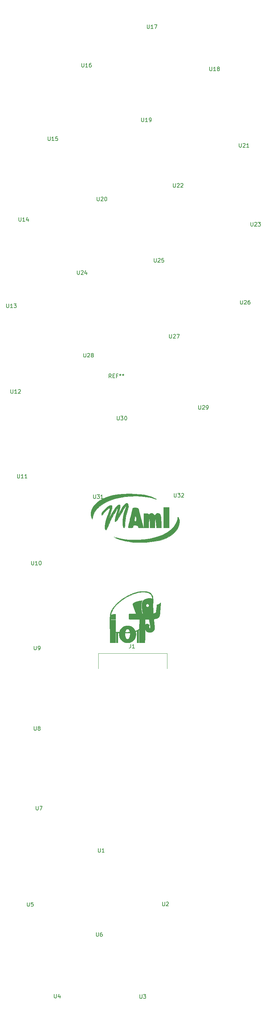
<source format=gbr>
G04 #@! TF.GenerationSoftware,KiCad,Pcbnew,(5.0.0)*
G04 #@! TF.CreationDate,2018-11-24T01:34:47+01:00*
G04 #@! TF.ProjectId,Insole_flex_32s,496E736F6C655F666C65785F3332732E,rev?*
G04 #@! TF.SameCoordinates,Original*
G04 #@! TF.FileFunction,Legend,Top*
G04 #@! TF.FilePolarity,Positive*
%FSLAX46Y46*%
G04 Gerber Fmt 4.6, Leading zero omitted, Abs format (unit mm)*
G04 Created by KiCad (PCBNEW (5.0.0)) date 11/24/18 01:34:47*
%MOMM*%
%LPD*%
G01*
G04 APERTURE LIST*
%ADD10C,0.100000*%
%ADD11C,0.010000*%
%ADD12C,0.150000*%
G04 APERTURE END LIST*
D10*
G04 #@! TO.C,J1*
X67650000Y-197500000D02*
X67650000Y-201500000D01*
X49650000Y-197500000D02*
X67650000Y-197500000D01*
X49650000Y-201500000D02*
X49650000Y-197500000D01*
D11*
G04 #@! TO.C,G\002A\002A\002A*
G36*
X61417347Y-181323686D02*
X61572972Y-181327883D01*
X61726381Y-181334818D01*
X61874841Y-181344432D01*
X62015620Y-181356666D01*
X62145986Y-181371460D01*
X62196486Y-181378351D01*
X62388005Y-181411230D01*
X62568114Y-181453035D01*
X62736893Y-181503824D01*
X62894423Y-181563653D01*
X63040782Y-181632579D01*
X63176050Y-181710660D01*
X63300306Y-181797952D01*
X63413632Y-181894513D01*
X63516105Y-182000399D01*
X63607805Y-182115668D01*
X63688813Y-182240376D01*
X63759208Y-182374580D01*
X63819069Y-182518338D01*
X63829398Y-182547135D01*
X63866300Y-182667726D01*
X63896783Y-182799260D01*
X63920531Y-182939511D01*
X63937229Y-183086253D01*
X63946559Y-183237260D01*
X63948286Y-183384543D01*
X63948235Y-183446641D01*
X63949886Y-183494448D01*
X63953237Y-183527916D01*
X63955855Y-183540377D01*
X63959534Y-183556134D01*
X63962345Y-183575185D01*
X63964287Y-183598865D01*
X63965363Y-183628509D01*
X63965575Y-183665454D01*
X63964923Y-183711034D01*
X63963410Y-183766586D01*
X63961037Y-183833444D01*
X63957805Y-183912946D01*
X63956343Y-183946971D01*
X63954667Y-183988882D01*
X63953161Y-184034089D01*
X63951818Y-184083429D01*
X63950630Y-184137740D01*
X63949590Y-184197858D01*
X63948691Y-184264620D01*
X63947927Y-184338864D01*
X63947290Y-184421427D01*
X63946773Y-184513146D01*
X63946369Y-184614857D01*
X63946071Y-184727399D01*
X63945872Y-184851608D01*
X63945765Y-184988322D01*
X63945742Y-185138376D01*
X63945756Y-185202457D01*
X63945875Y-185331646D01*
X63946152Y-185462178D01*
X63946577Y-185593241D01*
X63947139Y-185724023D01*
X63947830Y-185853710D01*
X63948641Y-185981490D01*
X63949561Y-186106552D01*
X63950582Y-186228082D01*
X63951694Y-186345267D01*
X63952887Y-186457296D01*
X63954153Y-186563356D01*
X63955481Y-186662634D01*
X63956862Y-186754318D01*
X63958287Y-186837595D01*
X63959747Y-186911653D01*
X63961232Y-186975680D01*
X63962732Y-187028862D01*
X63964238Y-187070387D01*
X63965741Y-187099444D01*
X63967231Y-187115218D01*
X63967993Y-187117898D01*
X63977680Y-187119050D01*
X63999158Y-187116705D01*
X64030270Y-187111373D01*
X64068856Y-187103566D01*
X64112759Y-187093793D01*
X64159820Y-187082566D01*
X64207881Y-187070396D01*
X64254784Y-187057794D01*
X64298370Y-187045270D01*
X64336482Y-187033336D01*
X64360252Y-187025050D01*
X64456413Y-186984391D01*
X64541221Y-186938120D01*
X64614086Y-186886689D01*
X64674418Y-186830552D01*
X64721625Y-186770161D01*
X64743972Y-186730923D01*
X64769429Y-186679286D01*
X64859934Y-185743114D01*
X64871072Y-185627815D01*
X64881817Y-185516405D01*
X64892086Y-185409748D01*
X64901798Y-185308709D01*
X64910869Y-185214153D01*
X64919217Y-185126945D01*
X64926760Y-185047950D01*
X64933414Y-184978032D01*
X64939097Y-184918057D01*
X64943728Y-184868890D01*
X64947222Y-184831395D01*
X64949498Y-184806437D01*
X64950474Y-184794882D01*
X64950505Y-184794243D01*
X64951847Y-184788923D01*
X64957360Y-184785325D01*
X64969372Y-184783120D01*
X64990211Y-184781979D01*
X65022206Y-184781573D01*
X65040484Y-184781543D01*
X65125197Y-184777950D01*
X65206170Y-184766729D01*
X65284861Y-184747216D01*
X65362724Y-184718747D01*
X65441214Y-184680660D01*
X65521787Y-184632290D01*
X65605899Y-184572974D01*
X65695005Y-184502049D01*
X65742567Y-184461430D01*
X65792714Y-184418301D01*
X65833323Y-184385235D01*
X65865374Y-184362290D01*
X65889850Y-184349528D01*
X65907729Y-184347008D01*
X65919992Y-184354791D01*
X65927621Y-184372938D01*
X65931594Y-184401508D01*
X65932894Y-184440561D01*
X65932751Y-184473114D01*
X65932108Y-184488462D01*
X65930423Y-184517416D01*
X65927761Y-184559110D01*
X65924187Y-184612679D01*
X65919764Y-184677256D01*
X65914558Y-184751975D01*
X65908632Y-184835971D01*
X65902051Y-184928377D01*
X65894878Y-185028328D01*
X65887179Y-185134957D01*
X65879018Y-185247399D01*
X65870458Y-185364788D01*
X65861565Y-185486258D01*
X65852402Y-185610943D01*
X65843034Y-185737976D01*
X65833524Y-185866493D01*
X65823939Y-185995626D01*
X65814341Y-186124511D01*
X65804794Y-186252280D01*
X65795364Y-186378069D01*
X65786115Y-186501011D01*
X65777111Y-186620241D01*
X65768415Y-186734891D01*
X65760093Y-186844098D01*
X65752209Y-186946993D01*
X65744827Y-187042712D01*
X65738011Y-187130389D01*
X65731826Y-187209158D01*
X65726336Y-187278152D01*
X65721605Y-187336505D01*
X65717697Y-187383353D01*
X65714678Y-187417828D01*
X65712610Y-187439066D01*
X65712359Y-187441286D01*
X65694295Y-187559479D01*
X65668648Y-187667703D01*
X65634629Y-187768810D01*
X65600235Y-187847788D01*
X65549214Y-187940148D01*
X65488367Y-188025141D01*
X65417254Y-188103049D01*
X65335434Y-188174156D01*
X65242466Y-188238744D01*
X65137910Y-188297098D01*
X65021325Y-188349500D01*
X64892271Y-188396233D01*
X64750307Y-188437580D01*
X64642058Y-188463684D01*
X64573882Y-188477997D01*
X64495925Y-188492902D01*
X64412852Y-188507600D01*
X64329330Y-188521289D01*
X64250024Y-188533170D01*
X64190386Y-188541129D01*
X64151474Y-188546824D01*
X64126745Y-188552497D01*
X64116349Y-188558110D01*
X64116000Y-188559330D01*
X64116798Y-188567537D01*
X64119128Y-188589292D01*
X64122892Y-188623721D01*
X64127991Y-188669948D01*
X64134330Y-188727100D01*
X64141809Y-188794302D01*
X64150332Y-188870680D01*
X64159801Y-188955358D01*
X64170119Y-189047463D01*
X64181187Y-189146119D01*
X64192908Y-189250453D01*
X64205184Y-189359589D01*
X64217704Y-189470742D01*
X64234225Y-189617346D01*
X64249201Y-189750315D01*
X64262706Y-189870437D01*
X64274817Y-189978500D01*
X64285610Y-190075292D01*
X64295160Y-190161603D01*
X64303544Y-190238219D01*
X64310837Y-190305929D01*
X64317115Y-190365521D01*
X64322456Y-190417784D01*
X64326933Y-190463505D01*
X64330624Y-190503473D01*
X64333604Y-190538477D01*
X64335949Y-190569303D01*
X64337736Y-190596741D01*
X64339039Y-190621578D01*
X64339936Y-190644603D01*
X64340502Y-190666605D01*
X64340812Y-190688370D01*
X64340944Y-190710688D01*
X64340972Y-190734346D01*
X64340972Y-190749938D01*
X64336499Y-190902157D01*
X64322987Y-191043340D01*
X64300291Y-191173917D01*
X64268270Y-191294322D01*
X64226781Y-191404983D01*
X64175679Y-191506335D01*
X64114824Y-191598806D01*
X64044071Y-191682830D01*
X64025762Y-191701625D01*
X63945275Y-191773400D01*
X63856660Y-191835811D01*
X63759308Y-191889084D01*
X63652614Y-191933447D01*
X63535970Y-191969125D01*
X63408768Y-191996345D01*
X63270403Y-192015334D01*
X63161686Y-192024148D01*
X63014657Y-192027603D01*
X62876756Y-192019804D01*
X62747907Y-192000719D01*
X62628032Y-191970316D01*
X62517056Y-191928562D01*
X62414901Y-191875426D01*
X62321492Y-191810876D01*
X62236751Y-191734880D01*
X62160603Y-191647406D01*
X62118407Y-191588500D01*
X62068966Y-191508307D01*
X62025329Y-191424521D01*
X61987103Y-191335766D01*
X61953895Y-191240667D01*
X61925311Y-191137850D01*
X61900958Y-191025940D01*
X61880441Y-190903562D01*
X61863368Y-190769342D01*
X61852564Y-190659828D01*
X61850746Y-190641310D01*
X61849291Y-190632028D01*
X61848151Y-190632801D01*
X61847280Y-190644446D01*
X61846631Y-190667781D01*
X61846156Y-190703626D01*
X61845809Y-190752797D01*
X61845681Y-190779571D01*
X61844447Y-191067952D01*
X61843269Y-191342157D01*
X61842145Y-191602526D01*
X61841074Y-191849398D01*
X61840054Y-192083111D01*
X61839083Y-192304006D01*
X61838159Y-192512421D01*
X61837281Y-192708694D01*
X61836447Y-192893166D01*
X61835654Y-193066174D01*
X61834902Y-193228058D01*
X61834189Y-193379158D01*
X61833512Y-193519811D01*
X61832870Y-193650357D01*
X61832261Y-193771136D01*
X61831684Y-193882485D01*
X61831136Y-193984745D01*
X61830616Y-194078253D01*
X61830121Y-194163350D01*
X61829652Y-194240373D01*
X61829204Y-194309663D01*
X61828778Y-194371558D01*
X61828370Y-194426397D01*
X61827979Y-194474519D01*
X61827604Y-194516264D01*
X61827242Y-194551969D01*
X61826892Y-194581975D01*
X61826553Y-194606620D01*
X61826221Y-194626243D01*
X61825896Y-194641183D01*
X61825576Y-194651780D01*
X61825358Y-194656700D01*
X61821346Y-194731086D01*
X61307968Y-194731086D01*
X61216021Y-194731014D01*
X61123078Y-194730807D01*
X61031000Y-194730477D01*
X60941652Y-194730036D01*
X60856897Y-194729497D01*
X60778596Y-194728872D01*
X60708614Y-194728173D01*
X60648812Y-194727413D01*
X60601054Y-194726604D01*
X60588395Y-194726331D01*
X60382200Y-194721577D01*
X60384500Y-194064117D01*
X60384749Y-193973320D01*
X60384912Y-193869660D01*
X60384992Y-193754786D01*
X60384990Y-193630350D01*
X60384910Y-193498002D01*
X60384754Y-193359392D01*
X60384524Y-193216171D01*
X60384225Y-193069990D01*
X60383857Y-192922499D01*
X60383424Y-192775347D01*
X60382928Y-192630187D01*
X60382372Y-192488668D01*
X60381796Y-192360048D01*
X60376791Y-191313439D01*
X60325067Y-191356508D01*
X60297483Y-191379662D01*
X60269910Y-191403115D01*
X60247237Y-191422701D01*
X60242313Y-191427031D01*
X60211282Y-191454486D01*
X60204331Y-192851486D01*
X60203614Y-192996717D01*
X60202916Y-193140294D01*
X60202241Y-193281349D01*
X60201593Y-193419013D01*
X60200975Y-193552420D01*
X60200391Y-193680699D01*
X60199845Y-193802984D01*
X60199341Y-193918406D01*
X60198883Y-194026097D01*
X60198473Y-194125189D01*
X60198117Y-194214813D01*
X60197817Y-194294102D01*
X60197578Y-194362187D01*
X60197403Y-194418200D01*
X60197296Y-194461273D01*
X60197261Y-194486157D01*
X60197143Y-194723828D01*
X59718172Y-194723828D01*
X59718172Y-193221600D01*
X59718159Y-193075050D01*
X59718124Y-192932401D01*
X59718065Y-192794328D01*
X59717986Y-192661506D01*
X59717886Y-192534611D01*
X59717767Y-192414318D01*
X59717630Y-192301302D01*
X59717476Y-192196239D01*
X59717307Y-192099803D01*
X59717124Y-192012670D01*
X59716927Y-191935516D01*
X59716718Y-191869016D01*
X59716498Y-191813845D01*
X59716269Y-191770678D01*
X59716030Y-191740190D01*
X59715785Y-191723058D01*
X59715604Y-191719371D01*
X59708310Y-191721820D01*
X59689762Y-191728597D01*
X59662267Y-191738843D01*
X59628126Y-191751703D01*
X59601304Y-191761879D01*
X59559000Y-191777790D01*
X59517002Y-191793265D01*
X59479116Y-191806922D01*
X59449149Y-191817380D01*
X59438772Y-191820834D01*
X59413192Y-191829557D01*
X59393110Y-191837220D01*
X59382506Y-191842294D01*
X59382107Y-191842611D01*
X59381816Y-191851081D01*
X59384710Y-191871177D01*
X59390332Y-191900476D01*
X59398228Y-191936552D01*
X59405442Y-191966899D01*
X59422403Y-192038262D01*
X59436044Y-192101722D01*
X59446708Y-192160331D01*
X59454739Y-192217137D01*
X59460480Y-192275192D01*
X59464275Y-192337546D01*
X59466467Y-192407249D01*
X59467401Y-192487352D01*
X59467493Y-192517657D01*
X59467477Y-192583405D01*
X59467143Y-192637128D01*
X59466367Y-192681313D01*
X59465023Y-192718447D01*
X59462985Y-192751019D01*
X59460127Y-192781516D01*
X59456325Y-192812426D01*
X59451453Y-192846236D01*
X59450657Y-192851486D01*
X59415789Y-193033964D01*
X59367752Y-193210444D01*
X59306612Y-193380772D01*
X59232438Y-193544795D01*
X59145298Y-193702360D01*
X59045258Y-193853316D01*
X58954456Y-193971078D01*
X58919764Y-194011082D01*
X58876903Y-194057133D01*
X58828625Y-194106546D01*
X58777680Y-194156636D01*
X58726819Y-194204716D01*
X58678794Y-194248103D01*
X58636356Y-194284111D01*
X58622343Y-194295241D01*
X58474893Y-194400787D01*
X58322369Y-194492736D01*
X58164746Y-194571095D01*
X58002002Y-194635874D01*
X57834113Y-194687083D01*
X57661055Y-194724730D01*
X57482806Y-194748825D01*
X57439792Y-194752550D01*
X57360665Y-194757045D01*
X57279738Y-194758686D01*
X57203224Y-194757410D01*
X57163657Y-194755332D01*
X56989024Y-194737349D01*
X56821983Y-194707730D01*
X56660884Y-194666024D01*
X56504073Y-194611783D01*
X56349898Y-194544557D01*
X56303686Y-194521676D01*
X56235938Y-194485109D01*
X56162917Y-194442036D01*
X56088753Y-194395113D01*
X56017571Y-194346999D01*
X55953502Y-194300350D01*
X55923922Y-194277195D01*
X55800031Y-194168426D01*
X55682753Y-194047919D01*
X55573550Y-193917503D01*
X55473887Y-193779013D01*
X55385230Y-193634279D01*
X55336578Y-193542506D01*
X55276389Y-193413492D01*
X55226047Y-193286460D01*
X55184495Y-193157946D01*
X55150674Y-193024487D01*
X55123527Y-192882619D01*
X55112194Y-192807943D01*
X55107751Y-192766228D01*
X55104272Y-192713333D01*
X55101764Y-192652159D01*
X55100232Y-192585603D01*
X55099681Y-192516563D01*
X55099767Y-192503027D01*
X56614083Y-192503027D01*
X56614925Y-192546686D01*
X56623262Y-192693496D01*
X56638626Y-192834485D01*
X56660705Y-192968963D01*
X56689184Y-193096243D01*
X56723750Y-193215636D01*
X56764088Y-193326453D01*
X56809886Y-193428007D01*
X56860830Y-193519609D01*
X56916607Y-193600570D01*
X56976901Y-193670203D01*
X57041401Y-193727820D01*
X57109791Y-193772731D01*
X57181760Y-193804249D01*
X57189057Y-193806612D01*
X57219561Y-193812668D01*
X57258961Y-193815625D01*
X57301982Y-193815523D01*
X57343351Y-193812400D01*
X57377793Y-193806296D01*
X57381869Y-193805175D01*
X57445018Y-193779722D01*
X57507801Y-193740867D01*
X57569124Y-193689707D01*
X57627891Y-193627336D01*
X57683006Y-193554848D01*
X57733374Y-193473338D01*
X57755170Y-193432075D01*
X57804340Y-193323861D01*
X57846460Y-193208966D01*
X57882008Y-193085713D01*
X57911459Y-192952424D01*
X57935290Y-192807423D01*
X57937824Y-192788940D01*
X57941969Y-192750162D01*
X57945294Y-192702961D01*
X57947821Y-192649158D01*
X57949567Y-192590573D01*
X57950555Y-192529025D01*
X57950804Y-192466334D01*
X57950334Y-192404320D01*
X57949165Y-192344803D01*
X57947318Y-192289604D01*
X57944812Y-192240542D01*
X57941668Y-192199437D01*
X57937907Y-192168108D01*
X57933547Y-192148377D01*
X57930668Y-192142877D01*
X57922638Y-192142355D01*
X57902605Y-192143118D01*
X57873010Y-192145015D01*
X57836291Y-192147894D01*
X57804851Y-192150672D01*
X57690214Y-192160757D01*
X57579503Y-192169386D01*
X57469903Y-192176704D01*
X57358600Y-192182859D01*
X57242778Y-192187998D01*
X57119623Y-192192268D01*
X56986319Y-192195816D01*
X56907936Y-192197507D01*
X56846297Y-192198848D01*
X56789282Y-192200294D01*
X56738506Y-192201787D01*
X56695582Y-192203272D01*
X56662126Y-192204691D01*
X56639751Y-192205989D01*
X56630071Y-192207108D01*
X56629833Y-192207234D01*
X56626605Y-192217385D01*
X56623536Y-192239767D01*
X56620726Y-192272096D01*
X56618277Y-192312089D01*
X56616287Y-192357462D01*
X56614858Y-192405931D01*
X56614090Y-192455214D01*
X56614083Y-192503027D01*
X55099767Y-192503027D01*
X55100117Y-192447939D01*
X55101545Y-192382627D01*
X55103971Y-192323529D01*
X55107400Y-192273540D01*
X55111118Y-192240308D01*
X55121308Y-192169788D01*
X55102897Y-192166233D01*
X55090484Y-192164994D01*
X55065911Y-192163494D01*
X55031529Y-192161840D01*
X54989686Y-192160140D01*
X54942734Y-192158504D01*
X54919386Y-192157782D01*
X54754286Y-192152886D01*
X54754286Y-194709314D01*
X54333412Y-194709314D01*
X54331577Y-193415728D01*
X54329743Y-192122143D01*
X54244333Y-192115629D01*
X54210778Y-192113317D01*
X54182921Y-192111866D01*
X54163705Y-192111395D01*
X54156095Y-192112001D01*
X54155768Y-192119443D01*
X54155394Y-192140670D01*
X54154976Y-192174954D01*
X54154519Y-192221566D01*
X54154027Y-192279776D01*
X54153506Y-192348856D01*
X54152959Y-192428077D01*
X54152391Y-192516711D01*
X54151807Y-192614027D01*
X54151212Y-192719299D01*
X54150610Y-192831795D01*
X54150005Y-192950789D01*
X54149402Y-193075550D01*
X54148806Y-193205350D01*
X54148222Y-193339461D01*
X54147918Y-193412100D01*
X54142569Y-194709314D01*
X52693257Y-194709314D01*
X52693183Y-192965786D01*
X52693168Y-192775565D01*
X52693139Y-192599201D01*
X52693090Y-192436035D01*
X52693017Y-192285412D01*
X52692915Y-192146671D01*
X52692780Y-192019157D01*
X52692720Y-191977830D01*
X56662915Y-191977830D01*
X56662915Y-191996180D01*
X56853415Y-191991751D01*
X56917665Y-191990110D01*
X56989097Y-191988038D01*
X57062697Y-191985696D01*
X57133455Y-191983247D01*
X57196359Y-191980851D01*
X57214457Y-191980104D01*
X57284127Y-191976919D01*
X57356379Y-191973186D01*
X57429697Y-191969018D01*
X57502569Y-191964526D01*
X57573479Y-191959825D01*
X57640914Y-191955027D01*
X57703359Y-191950244D01*
X57759300Y-191945590D01*
X57807224Y-191941177D01*
X57845616Y-191937119D01*
X57872961Y-191933528D01*
X57887746Y-191930517D01*
X57889422Y-191929797D01*
X57891861Y-191920156D01*
X57889397Y-191898277D01*
X57882340Y-191865467D01*
X57871003Y-191823035D01*
X57855696Y-191772287D01*
X57841574Y-191728884D01*
X57800670Y-191619405D01*
X57754736Y-191519764D01*
X57704279Y-191430460D01*
X57649807Y-191351991D01*
X57591826Y-191284853D01*
X57530844Y-191229545D01*
X57467368Y-191186564D01*
X57401906Y-191156408D01*
X57334966Y-191139574D01*
X57267053Y-191136561D01*
X57240422Y-191139238D01*
X57177368Y-191153027D01*
X57118757Y-191176523D01*
X57062420Y-191210955D01*
X57006190Y-191257551D01*
X56972069Y-191291368D01*
X56904908Y-191371429D01*
X56843972Y-191464431D01*
X56789372Y-191570151D01*
X56741219Y-191688368D01*
X56699622Y-191818859D01*
X56687756Y-191863012D01*
X56678574Y-191899973D01*
X56670925Y-191933254D01*
X56665503Y-191959644D01*
X56663003Y-191975931D01*
X56662915Y-191977830D01*
X52692720Y-191977830D01*
X52692608Y-191902211D01*
X52692394Y-191795176D01*
X52692133Y-191697394D01*
X52691822Y-191608208D01*
X52691454Y-191526959D01*
X52691027Y-191452990D01*
X52690536Y-191385643D01*
X52689976Y-191324262D01*
X52689342Y-191268187D01*
X52688630Y-191216762D01*
X52687836Y-191169329D01*
X52686955Y-191125230D01*
X52685982Y-191083808D01*
X52684914Y-191044404D01*
X52683745Y-191006362D01*
X52682472Y-190969023D01*
X52681089Y-190931730D01*
X52679592Y-190893825D01*
X52678928Y-190877543D01*
X52663282Y-190420137D01*
X52654280Y-189970750D01*
X52651910Y-189530129D01*
X52656160Y-189099018D01*
X52664015Y-188794663D01*
X52874686Y-188794663D01*
X53507872Y-188796517D01*
X54141057Y-188798371D01*
X54142888Y-190356843D01*
X54143101Y-190534159D01*
X54143308Y-190697531D01*
X54143516Y-190847527D01*
X54143730Y-190984717D01*
X54143955Y-191109669D01*
X54144195Y-191222954D01*
X54144458Y-191325140D01*
X54144747Y-191416796D01*
X54145069Y-191498493D01*
X54145428Y-191570799D01*
X54145829Y-191634284D01*
X54146279Y-191689516D01*
X54146783Y-191737066D01*
X54147344Y-191777502D01*
X54147970Y-191811393D01*
X54148666Y-191839310D01*
X54149435Y-191861821D01*
X54150285Y-191879495D01*
X54151220Y-191892903D01*
X54152245Y-191902612D01*
X54153366Y-191909193D01*
X54154588Y-191913215D01*
X54155917Y-191915246D01*
X54157357Y-191915857D01*
X54157403Y-191915860D01*
X54166733Y-191916276D01*
X54189284Y-191917289D01*
X54223776Y-191918841D01*
X54268933Y-191920875D01*
X54323473Y-191923333D01*
X54386119Y-191926157D01*
X54455592Y-191929290D01*
X54530614Y-191932674D01*
X54609904Y-191936251D01*
X54620029Y-191936708D01*
X54700990Y-191940340D01*
X54778798Y-191943791D01*
X54852044Y-191947001D01*
X54919316Y-191949909D01*
X54979205Y-191952457D01*
X55030302Y-191954583D01*
X55071194Y-191956228D01*
X55100474Y-191957332D01*
X55116729Y-191957835D01*
X55117143Y-191957842D01*
X55164315Y-191958675D01*
X55188374Y-191873494D01*
X55237540Y-191723836D01*
X55299933Y-191574644D01*
X55374351Y-191427916D01*
X55459587Y-191285654D01*
X55554438Y-191149855D01*
X55657699Y-191022520D01*
X55768164Y-190905646D01*
X55776351Y-190897701D01*
X55910537Y-190778053D01*
X56051987Y-190670946D01*
X56200482Y-190576487D01*
X56355802Y-190494779D01*
X56517725Y-190425930D01*
X56686033Y-190370044D01*
X56860506Y-190327227D01*
X57022143Y-190300017D01*
X57080022Y-190294072D01*
X57148491Y-190289933D01*
X57223737Y-190287602D01*
X57301948Y-190287082D01*
X57379311Y-190288376D01*
X57452014Y-190291487D01*
X57516244Y-190296416D01*
X57544657Y-190299651D01*
X57724276Y-190330007D01*
X57897481Y-190373342D01*
X58064156Y-190429600D01*
X58224186Y-190498725D01*
X58377455Y-190580662D01*
X58523848Y-190675356D01*
X58663249Y-190782750D01*
X58790688Y-190898038D01*
X58905489Y-191017261D01*
X59007551Y-191138918D01*
X59098650Y-191265481D01*
X59180563Y-191399423D01*
X59255064Y-191543217D01*
X59257107Y-191547507D01*
X59304200Y-191646616D01*
X59407772Y-191610204D01*
X59571104Y-191549530D01*
X59734961Y-191482405D01*
X59896137Y-191410304D01*
X60051426Y-191334703D01*
X60197625Y-191257079D01*
X60291486Y-191203135D01*
X60382200Y-191149146D01*
X60386542Y-190605130D01*
X60387236Y-190513871D01*
X60387965Y-190410319D01*
X60388715Y-190296693D01*
X60389473Y-190175215D01*
X60390227Y-190048106D01*
X60390964Y-189917586D01*
X60391672Y-189785875D01*
X60392338Y-189655194D01*
X60392661Y-189587711D01*
X61851772Y-189587711D01*
X61851772Y-190029960D01*
X61876927Y-190007874D01*
X61933383Y-189964526D01*
X62000105Y-189923580D01*
X62072847Y-189887226D01*
X62147362Y-189857656D01*
X62198102Y-189842218D01*
X62234677Y-189833496D01*
X62268144Y-189827821D01*
X62303792Y-189824579D01*
X62346912Y-189823153D01*
X62363400Y-189822978D01*
X62464510Y-189828207D01*
X62558792Y-189845725D01*
X62647985Y-189876105D01*
X62733829Y-189919919D01*
X62806287Y-189968770D01*
X62854861Y-190006799D01*
X62891756Y-190040243D01*
X62918095Y-190071359D01*
X62935002Y-190102402D01*
X62943599Y-190135627D01*
X62945010Y-190173290D01*
X62940356Y-190217646D01*
X62937870Y-190233039D01*
X62930164Y-190271432D01*
X62920139Y-190312421D01*
X62909695Y-190348377D01*
X62907469Y-190355028D01*
X62888797Y-190428879D01*
X62880600Y-190509896D01*
X62882489Y-190595620D01*
X62894075Y-190683594D01*
X62914970Y-190771358D01*
X62944784Y-190856453D01*
X62983128Y-190936423D01*
X63005367Y-190973700D01*
X63025352Y-191003195D01*
X63041236Y-191021208D01*
X63055619Y-191029130D01*
X63071098Y-191028354D01*
X63090272Y-191020273D01*
X63091289Y-191019746D01*
X63122096Y-190996454D01*
X63148188Y-190961023D01*
X63169558Y-190913360D01*
X63186200Y-190853369D01*
X63198108Y-190780956D01*
X63205277Y-190696027D01*
X63207699Y-190598488D01*
X63205369Y-190488244D01*
X63198280Y-190365200D01*
X63186427Y-190229263D01*
X63169804Y-190080337D01*
X63148404Y-189918329D01*
X63122220Y-189743144D01*
X63091248Y-189554687D01*
X63055481Y-189352865D01*
X63014913Y-189137582D01*
X62969537Y-188908745D01*
X62947359Y-188800408D01*
X62937135Y-188751173D01*
X62927701Y-188706207D01*
X62919504Y-188667610D01*
X62912993Y-188637483D01*
X62908616Y-188617926D01*
X62907017Y-188611500D01*
X62905607Y-188609070D01*
X62902329Y-188606971D01*
X62896194Y-188605178D01*
X62886210Y-188603667D01*
X62871387Y-188602414D01*
X62850733Y-188601395D01*
X62823258Y-188600587D01*
X62787971Y-188599965D01*
X62743882Y-188599505D01*
X62689999Y-188599183D01*
X62625332Y-188598976D01*
X62548890Y-188598859D01*
X62459682Y-188598809D01*
X62382232Y-188598800D01*
X61861385Y-188598800D01*
X61856578Y-188872130D01*
X61855660Y-188932503D01*
X61854799Y-189004877D01*
X61854013Y-189086738D01*
X61853318Y-189175573D01*
X61852731Y-189268868D01*
X61852269Y-189364111D01*
X61851949Y-189458787D01*
X61851788Y-189550384D01*
X61851772Y-189587711D01*
X60392661Y-189587711D01*
X60392949Y-189527764D01*
X60393493Y-189405806D01*
X60393799Y-189331771D01*
X60396715Y-188602428D01*
X59086800Y-188598800D01*
X57776886Y-188595171D01*
X57744229Y-188575923D01*
X57705041Y-188544526D01*
X57674060Y-188501860D01*
X57651991Y-188449081D01*
X57642668Y-188409371D01*
X57640834Y-188391619D01*
X57639317Y-188361287D01*
X57638114Y-188318106D01*
X57637222Y-188261810D01*
X57636639Y-188192132D01*
X57636362Y-188108804D01*
X57636387Y-188011560D01*
X57636712Y-187900131D01*
X57636827Y-187873086D01*
X57639000Y-187383228D01*
X57655571Y-187342247D01*
X57676152Y-187302785D01*
X57703541Y-187266372D01*
X57734260Y-187237120D01*
X57756738Y-187222674D01*
X57761342Y-187220620D01*
X57766968Y-187218777D01*
X57774408Y-187217129D01*
X57784453Y-187215661D01*
X57797895Y-187214358D01*
X57815523Y-187213205D01*
X57838130Y-187212185D01*
X57866506Y-187211285D01*
X57901443Y-187210488D01*
X57943732Y-187209780D01*
X57994163Y-187209145D01*
X58053529Y-187208567D01*
X58122619Y-187208032D01*
X58202226Y-187207524D01*
X58293141Y-187207029D01*
X58396153Y-187206529D01*
X58512056Y-187206011D01*
X58641639Y-187205459D01*
X58648968Y-187205428D01*
X59513793Y-187201800D01*
X59085631Y-186015257D01*
X59031726Y-185865858D01*
X58982537Y-185729479D01*
X58937846Y-185605491D01*
X58897434Y-185493264D01*
X58861086Y-185392168D01*
X58828581Y-185301573D01*
X58799703Y-185220851D01*
X58774234Y-185149370D01*
X58751955Y-185086502D01*
X58732650Y-185031617D01*
X58716100Y-184984084D01*
X58702087Y-184943275D01*
X58690394Y-184908560D01*
X58680802Y-184879308D01*
X58673095Y-184854890D01*
X58667053Y-184834677D01*
X58662460Y-184818039D01*
X58659097Y-184804345D01*
X58656746Y-184792967D01*
X58655191Y-184783274D01*
X58654212Y-184774638D01*
X58653592Y-184766427D01*
X58653585Y-184766315D01*
X58654336Y-184706305D01*
X58664956Y-184650290D01*
X58686302Y-184596397D01*
X58719232Y-184542750D01*
X58764602Y-184487474D01*
X58795911Y-184454962D01*
X58862327Y-184395454D01*
X58939761Y-184337872D01*
X59028765Y-184281925D01*
X59129891Y-184227323D01*
X59243691Y-184173774D01*
X59370716Y-184120989D01*
X59511517Y-184068676D01*
X59562143Y-184051110D01*
X59715186Y-184002032D01*
X59880214Y-183954964D01*
X60054772Y-183910419D01*
X60236410Y-183868910D01*
X60422674Y-183830950D01*
X60611112Y-183797052D01*
X60799270Y-183767729D01*
X60984696Y-183743496D01*
X61084974Y-183732487D01*
X61134604Y-183727428D01*
X61109385Y-183762814D01*
X61078378Y-183811946D01*
X61046496Y-183872896D01*
X61014854Y-183943103D01*
X60984565Y-184020007D01*
X60956746Y-184101048D01*
X60944122Y-184142282D01*
X60905862Y-184290942D01*
X60874769Y-184451264D01*
X60850885Y-184622263D01*
X60834252Y-184802958D01*
X60824914Y-184992364D01*
X60822913Y-185189498D01*
X60828289Y-185393376D01*
X60841087Y-185603015D01*
X60861349Y-185817432D01*
X60869141Y-185884628D01*
X60894034Y-186070747D01*
X60924663Y-186266417D01*
X60960365Y-186468160D01*
X61000479Y-186672500D01*
X61044342Y-186875960D01*
X61091291Y-187075061D01*
X61110351Y-187151000D01*
X61123331Y-187201800D01*
X61212601Y-187203844D01*
X61301870Y-187205888D01*
X61298443Y-187182073D01*
X61295858Y-187168681D01*
X61290359Y-187143355D01*
X61282444Y-187108268D01*
X61272607Y-187065593D01*
X61261344Y-187017506D01*
X61250828Y-186973200D01*
X61180361Y-186656598D01*
X61121208Y-186343488D01*
X61072647Y-186029487D01*
X61033958Y-185710213D01*
X61020394Y-185572571D01*
X61016509Y-185521719D01*
X61013071Y-185459789D01*
X61010115Y-185389229D01*
X61007677Y-185312486D01*
X61005790Y-185232007D01*
X61004490Y-185150238D01*
X61003812Y-185069627D01*
X61003797Y-185014906D01*
X62086527Y-185014906D01*
X62095396Y-185086543D01*
X62116143Y-185156110D01*
X62148803Y-185221826D01*
X62193408Y-185281909D01*
X62207575Y-185297006D01*
X62264977Y-185345376D01*
X62328580Y-185380865D01*
X62397350Y-185403170D01*
X62470252Y-185411993D01*
X62546253Y-185407034D01*
X62571180Y-185402462D01*
X62637893Y-185381217D01*
X62698471Y-185347958D01*
X62751959Y-185304230D01*
X62797404Y-185251577D01*
X62833849Y-185191544D01*
X62860340Y-185125675D01*
X62875923Y-185055516D01*
X62879641Y-184982610D01*
X62872031Y-184915800D01*
X62850914Y-184841357D01*
X62817871Y-184774829D01*
X62772245Y-184714980D01*
X62755946Y-184698086D01*
X62698324Y-184649792D01*
X62637024Y-184615304D01*
X62570864Y-184594131D01*
X62498661Y-184585780D01*
X62485604Y-184585600D01*
X62410279Y-184591721D01*
X62341725Y-184610411D01*
X62278665Y-184642162D01*
X62219820Y-184687465D01*
X62219168Y-184688062D01*
X62169155Y-184743312D01*
X62130850Y-184805404D01*
X62104288Y-184872555D01*
X62089502Y-184942983D01*
X62086527Y-185014906D01*
X61003797Y-185014906D01*
X61003790Y-184992622D01*
X61004460Y-184921669D01*
X61005856Y-184859214D01*
X61008012Y-184807707D01*
X61009237Y-184788800D01*
X61025802Y-184617529D01*
X61049035Y-184458898D01*
X61079047Y-184312598D01*
X61115948Y-184178319D01*
X61159850Y-184055752D01*
X61210864Y-183944588D01*
X61269101Y-183844518D01*
X61334673Y-183755231D01*
X61407690Y-183676420D01*
X61409958Y-183674251D01*
X61491661Y-183604284D01*
X61586518Y-183537132D01*
X61693362Y-183473258D01*
X61811024Y-183413125D01*
X61938337Y-183357195D01*
X62074132Y-183305932D01*
X62217242Y-183259798D01*
X62366499Y-183219255D01*
X62520734Y-183184768D01*
X62678780Y-183156799D01*
X62737143Y-183148310D01*
X62796280Y-183141575D01*
X62864705Y-183136051D01*
X62939066Y-183131829D01*
X63016006Y-183128999D01*
X63092174Y-183127649D01*
X63164215Y-183127869D01*
X63228776Y-183129750D01*
X63282501Y-183133380D01*
X63285403Y-183133665D01*
X63392167Y-183147756D01*
X63491574Y-183167652D01*
X63581694Y-183192862D01*
X63660597Y-183222898D01*
X63688364Y-183236041D01*
X63710933Y-183246834D01*
X63727916Y-183253831D01*
X63735751Y-183255570D01*
X63735817Y-183255517D01*
X63736394Y-183247606D01*
X63735966Y-183227871D01*
X63734639Y-183198956D01*
X63732521Y-183163508D01*
X63731469Y-183147999D01*
X63714390Y-182980935D01*
X63687168Y-182823657D01*
X63649681Y-182676052D01*
X63601804Y-182538007D01*
X63543414Y-182409412D01*
X63474388Y-182290153D01*
X63394602Y-182180119D01*
X63303932Y-182079197D01*
X63202256Y-181987275D01*
X63089449Y-181904242D01*
X62965388Y-181829984D01*
X62829950Y-181764391D01*
X62683011Y-181707349D01*
X62524448Y-181658747D01*
X62354137Y-181618472D01*
X62171954Y-181586412D01*
X61986029Y-181563286D01*
X61909837Y-181556484D01*
X61823092Y-181550353D01*
X61728188Y-181544953D01*
X61627519Y-181540344D01*
X61523480Y-181536586D01*
X61418464Y-181533739D01*
X61314866Y-181531864D01*
X61215080Y-181531020D01*
X61121500Y-181531268D01*
X61036522Y-181532668D01*
X60962538Y-181535280D01*
X60933743Y-181536850D01*
X60692441Y-181557652D01*
X60444048Y-181590412D01*
X60189242Y-181634826D01*
X59928702Y-181690591D01*
X59663105Y-181757407D01*
X59393131Y-181834968D01*
X59119458Y-181922974D01*
X58842763Y-182021121D01*
X58563726Y-182129108D01*
X58283024Y-182246630D01*
X58001336Y-182373386D01*
X57719340Y-182509073D01*
X57437715Y-182653389D01*
X57157139Y-182806030D01*
X56878290Y-182966695D01*
X56601847Y-183135080D01*
X56328488Y-183310883D01*
X56058891Y-183493802D01*
X55793734Y-183683533D01*
X55533696Y-183879775D01*
X55342094Y-184031322D01*
X55136892Y-184201540D01*
X54934619Y-184378366D01*
X54737246Y-184559915D01*
X54546739Y-184744300D01*
X54365069Y-184929635D01*
X54194203Y-185114035D01*
X54097008Y-185224228D01*
X53931419Y-185422921D01*
X53777750Y-185622111D01*
X53636218Y-185821387D01*
X53507045Y-186020336D01*
X53390449Y-186218545D01*
X53286651Y-186415602D01*
X53195870Y-186611094D01*
X53118325Y-186804609D01*
X53054238Y-186995734D01*
X53003826Y-187184057D01*
X52973207Y-187334047D01*
X52966060Y-187376878D01*
X52959434Y-187420132D01*
X52954007Y-187459143D01*
X52950460Y-187489241D01*
X52950137Y-187492647D01*
X52945118Y-187548027D01*
X52981522Y-187521873D01*
X53036181Y-187487203D01*
X53103379Y-187452285D01*
X53181175Y-187417859D01*
X53267628Y-187384663D01*
X53360796Y-187353437D01*
X53458739Y-187324921D01*
X53559515Y-187299855D01*
X53571372Y-187297188D01*
X53651429Y-187280991D01*
X53732056Y-187267677D01*
X53811316Y-187257372D01*
X53887277Y-187250201D01*
X53958004Y-187246291D01*
X54021563Y-187245766D01*
X54076022Y-187248752D01*
X54119444Y-187255374D01*
X54137413Y-187260433D01*
X54165403Y-187272639D01*
X54181314Y-187286004D01*
X54185047Y-187292514D01*
X54186458Y-187301157D01*
X54187525Y-187319969D01*
X54188246Y-187349410D01*
X54188619Y-187389941D01*
X54188642Y-187442022D01*
X54188314Y-187506114D01*
X54187633Y-187582678D01*
X54186598Y-187672174D01*
X54185206Y-187775064D01*
X54183455Y-187891806D01*
X54182604Y-187945657D01*
X54181046Y-188040368D01*
X54179481Y-188130886D01*
X54177930Y-188216165D01*
X54176417Y-188295159D01*
X54174964Y-188366821D01*
X54173593Y-188430104D01*
X54172328Y-188483963D01*
X54171190Y-188527351D01*
X54170202Y-188559221D01*
X54169387Y-188578527D01*
X54168840Y-188584286D01*
X54161214Y-188584850D01*
X54140116Y-188585439D01*
X54106587Y-188586044D01*
X54061669Y-188586655D01*
X54006404Y-188587261D01*
X53941834Y-188587854D01*
X53869000Y-188588424D01*
X53788944Y-188588961D01*
X53702708Y-188589456D01*
X53611334Y-188589898D01*
X53524548Y-188590247D01*
X52883842Y-188592580D01*
X52879327Y-188630161D01*
X52877173Y-188655706D01*
X52875560Y-188689299D01*
X52874779Y-188724479D01*
X52874749Y-188731203D01*
X52874686Y-188794663D01*
X52664015Y-188794663D01*
X52667022Y-188678164D01*
X52684483Y-188268313D01*
X52708532Y-187870209D01*
X52726126Y-187637228D01*
X52740500Y-187487748D01*
X52758663Y-187349151D01*
X52781277Y-187218148D01*
X52809002Y-187091447D01*
X52842499Y-186965760D01*
X52882430Y-186837796D01*
X52893076Y-186806286D01*
X52969247Y-186603756D01*
X53059517Y-186399412D01*
X53163626Y-186193566D01*
X53281316Y-185986529D01*
X53412327Y-185778612D01*
X53556400Y-185570124D01*
X53713275Y-185361379D01*
X53882694Y-185152685D01*
X54064398Y-184944355D01*
X54258126Y-184736699D01*
X54463621Y-184530029D01*
X54680622Y-184324654D01*
X54908870Y-184120887D01*
X55148107Y-183919038D01*
X55398073Y-183719417D01*
X55585229Y-183576735D01*
X55849771Y-183384150D01*
X56119463Y-183198053D01*
X56393568Y-183018767D01*
X56671348Y-182846612D01*
X56952066Y-182681910D01*
X57234983Y-182524984D01*
X57519361Y-182376154D01*
X57804464Y-182235743D01*
X58089553Y-182104072D01*
X58373890Y-181981462D01*
X58656738Y-181868236D01*
X58937360Y-181764715D01*
X59215017Y-181671221D01*
X59488971Y-181588075D01*
X59758485Y-181515599D01*
X60022822Y-181454115D01*
X60281243Y-181403945D01*
X60533011Y-181365409D01*
X60701630Y-181345856D01*
X60827343Y-181335470D01*
X60964504Y-181328120D01*
X61110380Y-181323745D01*
X61262238Y-181322287D01*
X61417347Y-181323686D01*
X61417347Y-181323686D01*
G37*
X61417347Y-181323686D02*
X61572972Y-181327883D01*
X61726381Y-181334818D01*
X61874841Y-181344432D01*
X62015620Y-181356666D01*
X62145986Y-181371460D01*
X62196486Y-181378351D01*
X62388005Y-181411230D01*
X62568114Y-181453035D01*
X62736893Y-181503824D01*
X62894423Y-181563653D01*
X63040782Y-181632579D01*
X63176050Y-181710660D01*
X63300306Y-181797952D01*
X63413632Y-181894513D01*
X63516105Y-182000399D01*
X63607805Y-182115668D01*
X63688813Y-182240376D01*
X63759208Y-182374580D01*
X63819069Y-182518338D01*
X63829398Y-182547135D01*
X63866300Y-182667726D01*
X63896783Y-182799260D01*
X63920531Y-182939511D01*
X63937229Y-183086253D01*
X63946559Y-183237260D01*
X63948286Y-183384543D01*
X63948235Y-183446641D01*
X63949886Y-183494448D01*
X63953237Y-183527916D01*
X63955855Y-183540377D01*
X63959534Y-183556134D01*
X63962345Y-183575185D01*
X63964287Y-183598865D01*
X63965363Y-183628509D01*
X63965575Y-183665454D01*
X63964923Y-183711034D01*
X63963410Y-183766586D01*
X63961037Y-183833444D01*
X63957805Y-183912946D01*
X63956343Y-183946971D01*
X63954667Y-183988882D01*
X63953161Y-184034089D01*
X63951818Y-184083429D01*
X63950630Y-184137740D01*
X63949590Y-184197858D01*
X63948691Y-184264620D01*
X63947927Y-184338864D01*
X63947290Y-184421427D01*
X63946773Y-184513146D01*
X63946369Y-184614857D01*
X63946071Y-184727399D01*
X63945872Y-184851608D01*
X63945765Y-184988322D01*
X63945742Y-185138376D01*
X63945756Y-185202457D01*
X63945875Y-185331646D01*
X63946152Y-185462178D01*
X63946577Y-185593241D01*
X63947139Y-185724023D01*
X63947830Y-185853710D01*
X63948641Y-185981490D01*
X63949561Y-186106552D01*
X63950582Y-186228082D01*
X63951694Y-186345267D01*
X63952887Y-186457296D01*
X63954153Y-186563356D01*
X63955481Y-186662634D01*
X63956862Y-186754318D01*
X63958287Y-186837595D01*
X63959747Y-186911653D01*
X63961232Y-186975680D01*
X63962732Y-187028862D01*
X63964238Y-187070387D01*
X63965741Y-187099444D01*
X63967231Y-187115218D01*
X63967993Y-187117898D01*
X63977680Y-187119050D01*
X63999158Y-187116705D01*
X64030270Y-187111373D01*
X64068856Y-187103566D01*
X64112759Y-187093793D01*
X64159820Y-187082566D01*
X64207881Y-187070396D01*
X64254784Y-187057794D01*
X64298370Y-187045270D01*
X64336482Y-187033336D01*
X64360252Y-187025050D01*
X64456413Y-186984391D01*
X64541221Y-186938120D01*
X64614086Y-186886689D01*
X64674418Y-186830552D01*
X64721625Y-186770161D01*
X64743972Y-186730923D01*
X64769429Y-186679286D01*
X64859934Y-185743114D01*
X64871072Y-185627815D01*
X64881817Y-185516405D01*
X64892086Y-185409748D01*
X64901798Y-185308709D01*
X64910869Y-185214153D01*
X64919217Y-185126945D01*
X64926760Y-185047950D01*
X64933414Y-184978032D01*
X64939097Y-184918057D01*
X64943728Y-184868890D01*
X64947222Y-184831395D01*
X64949498Y-184806437D01*
X64950474Y-184794882D01*
X64950505Y-184794243D01*
X64951847Y-184788923D01*
X64957360Y-184785325D01*
X64969372Y-184783120D01*
X64990211Y-184781979D01*
X65022206Y-184781573D01*
X65040484Y-184781543D01*
X65125197Y-184777950D01*
X65206170Y-184766729D01*
X65284861Y-184747216D01*
X65362724Y-184718747D01*
X65441214Y-184680660D01*
X65521787Y-184632290D01*
X65605899Y-184572974D01*
X65695005Y-184502049D01*
X65742567Y-184461430D01*
X65792714Y-184418301D01*
X65833323Y-184385235D01*
X65865374Y-184362290D01*
X65889850Y-184349528D01*
X65907729Y-184347008D01*
X65919992Y-184354791D01*
X65927621Y-184372938D01*
X65931594Y-184401508D01*
X65932894Y-184440561D01*
X65932751Y-184473114D01*
X65932108Y-184488462D01*
X65930423Y-184517416D01*
X65927761Y-184559110D01*
X65924187Y-184612679D01*
X65919764Y-184677256D01*
X65914558Y-184751975D01*
X65908632Y-184835971D01*
X65902051Y-184928377D01*
X65894878Y-185028328D01*
X65887179Y-185134957D01*
X65879018Y-185247399D01*
X65870458Y-185364788D01*
X65861565Y-185486258D01*
X65852402Y-185610943D01*
X65843034Y-185737976D01*
X65833524Y-185866493D01*
X65823939Y-185995626D01*
X65814341Y-186124511D01*
X65804794Y-186252280D01*
X65795364Y-186378069D01*
X65786115Y-186501011D01*
X65777111Y-186620241D01*
X65768415Y-186734891D01*
X65760093Y-186844098D01*
X65752209Y-186946993D01*
X65744827Y-187042712D01*
X65738011Y-187130389D01*
X65731826Y-187209158D01*
X65726336Y-187278152D01*
X65721605Y-187336505D01*
X65717697Y-187383353D01*
X65714678Y-187417828D01*
X65712610Y-187439066D01*
X65712359Y-187441286D01*
X65694295Y-187559479D01*
X65668648Y-187667703D01*
X65634629Y-187768810D01*
X65600235Y-187847788D01*
X65549214Y-187940148D01*
X65488367Y-188025141D01*
X65417254Y-188103049D01*
X65335434Y-188174156D01*
X65242466Y-188238744D01*
X65137910Y-188297098D01*
X65021325Y-188349500D01*
X64892271Y-188396233D01*
X64750307Y-188437580D01*
X64642058Y-188463684D01*
X64573882Y-188477997D01*
X64495925Y-188492902D01*
X64412852Y-188507600D01*
X64329330Y-188521289D01*
X64250024Y-188533170D01*
X64190386Y-188541129D01*
X64151474Y-188546824D01*
X64126745Y-188552497D01*
X64116349Y-188558110D01*
X64116000Y-188559330D01*
X64116798Y-188567537D01*
X64119128Y-188589292D01*
X64122892Y-188623721D01*
X64127991Y-188669948D01*
X64134330Y-188727100D01*
X64141809Y-188794302D01*
X64150332Y-188870680D01*
X64159801Y-188955358D01*
X64170119Y-189047463D01*
X64181187Y-189146119D01*
X64192908Y-189250453D01*
X64205184Y-189359589D01*
X64217704Y-189470742D01*
X64234225Y-189617346D01*
X64249201Y-189750315D01*
X64262706Y-189870437D01*
X64274817Y-189978500D01*
X64285610Y-190075292D01*
X64295160Y-190161603D01*
X64303544Y-190238219D01*
X64310837Y-190305929D01*
X64317115Y-190365521D01*
X64322456Y-190417784D01*
X64326933Y-190463505D01*
X64330624Y-190503473D01*
X64333604Y-190538477D01*
X64335949Y-190569303D01*
X64337736Y-190596741D01*
X64339039Y-190621578D01*
X64339936Y-190644603D01*
X64340502Y-190666605D01*
X64340812Y-190688370D01*
X64340944Y-190710688D01*
X64340972Y-190734346D01*
X64340972Y-190749938D01*
X64336499Y-190902157D01*
X64322987Y-191043340D01*
X64300291Y-191173917D01*
X64268270Y-191294322D01*
X64226781Y-191404983D01*
X64175679Y-191506335D01*
X64114824Y-191598806D01*
X64044071Y-191682830D01*
X64025762Y-191701625D01*
X63945275Y-191773400D01*
X63856660Y-191835811D01*
X63759308Y-191889084D01*
X63652614Y-191933447D01*
X63535970Y-191969125D01*
X63408768Y-191996345D01*
X63270403Y-192015334D01*
X63161686Y-192024148D01*
X63014657Y-192027603D01*
X62876756Y-192019804D01*
X62747907Y-192000719D01*
X62628032Y-191970316D01*
X62517056Y-191928562D01*
X62414901Y-191875426D01*
X62321492Y-191810876D01*
X62236751Y-191734880D01*
X62160603Y-191647406D01*
X62118407Y-191588500D01*
X62068966Y-191508307D01*
X62025329Y-191424521D01*
X61987103Y-191335766D01*
X61953895Y-191240667D01*
X61925311Y-191137850D01*
X61900958Y-191025940D01*
X61880441Y-190903562D01*
X61863368Y-190769342D01*
X61852564Y-190659828D01*
X61850746Y-190641310D01*
X61849291Y-190632028D01*
X61848151Y-190632801D01*
X61847280Y-190644446D01*
X61846631Y-190667781D01*
X61846156Y-190703626D01*
X61845809Y-190752797D01*
X61845681Y-190779571D01*
X61844447Y-191067952D01*
X61843269Y-191342157D01*
X61842145Y-191602526D01*
X61841074Y-191849398D01*
X61840054Y-192083111D01*
X61839083Y-192304006D01*
X61838159Y-192512421D01*
X61837281Y-192708694D01*
X61836447Y-192893166D01*
X61835654Y-193066174D01*
X61834902Y-193228058D01*
X61834189Y-193379158D01*
X61833512Y-193519811D01*
X61832870Y-193650357D01*
X61832261Y-193771136D01*
X61831684Y-193882485D01*
X61831136Y-193984745D01*
X61830616Y-194078253D01*
X61830121Y-194163350D01*
X61829652Y-194240373D01*
X61829204Y-194309663D01*
X61828778Y-194371558D01*
X61828370Y-194426397D01*
X61827979Y-194474519D01*
X61827604Y-194516264D01*
X61827242Y-194551969D01*
X61826892Y-194581975D01*
X61826553Y-194606620D01*
X61826221Y-194626243D01*
X61825896Y-194641183D01*
X61825576Y-194651780D01*
X61825358Y-194656700D01*
X61821346Y-194731086D01*
X61307968Y-194731086D01*
X61216021Y-194731014D01*
X61123078Y-194730807D01*
X61031000Y-194730477D01*
X60941652Y-194730036D01*
X60856897Y-194729497D01*
X60778596Y-194728872D01*
X60708614Y-194728173D01*
X60648812Y-194727413D01*
X60601054Y-194726604D01*
X60588395Y-194726331D01*
X60382200Y-194721577D01*
X60384500Y-194064117D01*
X60384749Y-193973320D01*
X60384912Y-193869660D01*
X60384992Y-193754786D01*
X60384990Y-193630350D01*
X60384910Y-193498002D01*
X60384754Y-193359392D01*
X60384524Y-193216171D01*
X60384225Y-193069990D01*
X60383857Y-192922499D01*
X60383424Y-192775347D01*
X60382928Y-192630187D01*
X60382372Y-192488668D01*
X60381796Y-192360048D01*
X60376791Y-191313439D01*
X60325067Y-191356508D01*
X60297483Y-191379662D01*
X60269910Y-191403115D01*
X60247237Y-191422701D01*
X60242313Y-191427031D01*
X60211282Y-191454486D01*
X60204331Y-192851486D01*
X60203614Y-192996717D01*
X60202916Y-193140294D01*
X60202241Y-193281349D01*
X60201593Y-193419013D01*
X60200975Y-193552420D01*
X60200391Y-193680699D01*
X60199845Y-193802984D01*
X60199341Y-193918406D01*
X60198883Y-194026097D01*
X60198473Y-194125189D01*
X60198117Y-194214813D01*
X60197817Y-194294102D01*
X60197578Y-194362187D01*
X60197403Y-194418200D01*
X60197296Y-194461273D01*
X60197261Y-194486157D01*
X60197143Y-194723828D01*
X59718172Y-194723828D01*
X59718172Y-193221600D01*
X59718159Y-193075050D01*
X59718124Y-192932401D01*
X59718065Y-192794328D01*
X59717986Y-192661506D01*
X59717886Y-192534611D01*
X59717767Y-192414318D01*
X59717630Y-192301302D01*
X59717476Y-192196239D01*
X59717307Y-192099803D01*
X59717124Y-192012670D01*
X59716927Y-191935516D01*
X59716718Y-191869016D01*
X59716498Y-191813845D01*
X59716269Y-191770678D01*
X59716030Y-191740190D01*
X59715785Y-191723058D01*
X59715604Y-191719371D01*
X59708310Y-191721820D01*
X59689762Y-191728597D01*
X59662267Y-191738843D01*
X59628126Y-191751703D01*
X59601304Y-191761879D01*
X59559000Y-191777790D01*
X59517002Y-191793265D01*
X59479116Y-191806922D01*
X59449149Y-191817380D01*
X59438772Y-191820834D01*
X59413192Y-191829557D01*
X59393110Y-191837220D01*
X59382506Y-191842294D01*
X59382107Y-191842611D01*
X59381816Y-191851081D01*
X59384710Y-191871177D01*
X59390332Y-191900476D01*
X59398228Y-191936552D01*
X59405442Y-191966899D01*
X59422403Y-192038262D01*
X59436044Y-192101722D01*
X59446708Y-192160331D01*
X59454739Y-192217137D01*
X59460480Y-192275192D01*
X59464275Y-192337546D01*
X59466467Y-192407249D01*
X59467401Y-192487352D01*
X59467493Y-192517657D01*
X59467477Y-192583405D01*
X59467143Y-192637128D01*
X59466367Y-192681313D01*
X59465023Y-192718447D01*
X59462985Y-192751019D01*
X59460127Y-192781516D01*
X59456325Y-192812426D01*
X59451453Y-192846236D01*
X59450657Y-192851486D01*
X59415789Y-193033964D01*
X59367752Y-193210444D01*
X59306612Y-193380772D01*
X59232438Y-193544795D01*
X59145298Y-193702360D01*
X59045258Y-193853316D01*
X58954456Y-193971078D01*
X58919764Y-194011082D01*
X58876903Y-194057133D01*
X58828625Y-194106546D01*
X58777680Y-194156636D01*
X58726819Y-194204716D01*
X58678794Y-194248103D01*
X58636356Y-194284111D01*
X58622343Y-194295241D01*
X58474893Y-194400787D01*
X58322369Y-194492736D01*
X58164746Y-194571095D01*
X58002002Y-194635874D01*
X57834113Y-194687083D01*
X57661055Y-194724730D01*
X57482806Y-194748825D01*
X57439792Y-194752550D01*
X57360665Y-194757045D01*
X57279738Y-194758686D01*
X57203224Y-194757410D01*
X57163657Y-194755332D01*
X56989024Y-194737349D01*
X56821983Y-194707730D01*
X56660884Y-194666024D01*
X56504073Y-194611783D01*
X56349898Y-194544557D01*
X56303686Y-194521676D01*
X56235938Y-194485109D01*
X56162917Y-194442036D01*
X56088753Y-194395113D01*
X56017571Y-194346999D01*
X55953502Y-194300350D01*
X55923922Y-194277195D01*
X55800031Y-194168426D01*
X55682753Y-194047919D01*
X55573550Y-193917503D01*
X55473887Y-193779013D01*
X55385230Y-193634279D01*
X55336578Y-193542506D01*
X55276389Y-193413492D01*
X55226047Y-193286460D01*
X55184495Y-193157946D01*
X55150674Y-193024487D01*
X55123527Y-192882619D01*
X55112194Y-192807943D01*
X55107751Y-192766228D01*
X55104272Y-192713333D01*
X55101764Y-192652159D01*
X55100232Y-192585603D01*
X55099681Y-192516563D01*
X55099767Y-192503027D01*
X56614083Y-192503027D01*
X56614925Y-192546686D01*
X56623262Y-192693496D01*
X56638626Y-192834485D01*
X56660705Y-192968963D01*
X56689184Y-193096243D01*
X56723750Y-193215636D01*
X56764088Y-193326453D01*
X56809886Y-193428007D01*
X56860830Y-193519609D01*
X56916607Y-193600570D01*
X56976901Y-193670203D01*
X57041401Y-193727820D01*
X57109791Y-193772731D01*
X57181760Y-193804249D01*
X57189057Y-193806612D01*
X57219561Y-193812668D01*
X57258961Y-193815625D01*
X57301982Y-193815523D01*
X57343351Y-193812400D01*
X57377793Y-193806296D01*
X57381869Y-193805175D01*
X57445018Y-193779722D01*
X57507801Y-193740867D01*
X57569124Y-193689707D01*
X57627891Y-193627336D01*
X57683006Y-193554848D01*
X57733374Y-193473338D01*
X57755170Y-193432075D01*
X57804340Y-193323861D01*
X57846460Y-193208966D01*
X57882008Y-193085713D01*
X57911459Y-192952424D01*
X57935290Y-192807423D01*
X57937824Y-192788940D01*
X57941969Y-192750162D01*
X57945294Y-192702961D01*
X57947821Y-192649158D01*
X57949567Y-192590573D01*
X57950555Y-192529025D01*
X57950804Y-192466334D01*
X57950334Y-192404320D01*
X57949165Y-192344803D01*
X57947318Y-192289604D01*
X57944812Y-192240542D01*
X57941668Y-192199437D01*
X57937907Y-192168108D01*
X57933547Y-192148377D01*
X57930668Y-192142877D01*
X57922638Y-192142355D01*
X57902605Y-192143118D01*
X57873010Y-192145015D01*
X57836291Y-192147894D01*
X57804851Y-192150672D01*
X57690214Y-192160757D01*
X57579503Y-192169386D01*
X57469903Y-192176704D01*
X57358600Y-192182859D01*
X57242778Y-192187998D01*
X57119623Y-192192268D01*
X56986319Y-192195816D01*
X56907936Y-192197507D01*
X56846297Y-192198848D01*
X56789282Y-192200294D01*
X56738506Y-192201787D01*
X56695582Y-192203272D01*
X56662126Y-192204691D01*
X56639751Y-192205989D01*
X56630071Y-192207108D01*
X56629833Y-192207234D01*
X56626605Y-192217385D01*
X56623536Y-192239767D01*
X56620726Y-192272096D01*
X56618277Y-192312089D01*
X56616287Y-192357462D01*
X56614858Y-192405931D01*
X56614090Y-192455214D01*
X56614083Y-192503027D01*
X55099767Y-192503027D01*
X55100117Y-192447939D01*
X55101545Y-192382627D01*
X55103971Y-192323529D01*
X55107400Y-192273540D01*
X55111118Y-192240308D01*
X55121308Y-192169788D01*
X55102897Y-192166233D01*
X55090484Y-192164994D01*
X55065911Y-192163494D01*
X55031529Y-192161840D01*
X54989686Y-192160140D01*
X54942734Y-192158504D01*
X54919386Y-192157782D01*
X54754286Y-192152886D01*
X54754286Y-194709314D01*
X54333412Y-194709314D01*
X54331577Y-193415728D01*
X54329743Y-192122143D01*
X54244333Y-192115629D01*
X54210778Y-192113317D01*
X54182921Y-192111866D01*
X54163705Y-192111395D01*
X54156095Y-192112001D01*
X54155768Y-192119443D01*
X54155394Y-192140670D01*
X54154976Y-192174954D01*
X54154519Y-192221566D01*
X54154027Y-192279776D01*
X54153506Y-192348856D01*
X54152959Y-192428077D01*
X54152391Y-192516711D01*
X54151807Y-192614027D01*
X54151212Y-192719299D01*
X54150610Y-192831795D01*
X54150005Y-192950789D01*
X54149402Y-193075550D01*
X54148806Y-193205350D01*
X54148222Y-193339461D01*
X54147918Y-193412100D01*
X54142569Y-194709314D01*
X52693257Y-194709314D01*
X52693183Y-192965786D01*
X52693168Y-192775565D01*
X52693139Y-192599201D01*
X52693090Y-192436035D01*
X52693017Y-192285412D01*
X52692915Y-192146671D01*
X52692780Y-192019157D01*
X52692720Y-191977830D01*
X56662915Y-191977830D01*
X56662915Y-191996180D01*
X56853415Y-191991751D01*
X56917665Y-191990110D01*
X56989097Y-191988038D01*
X57062697Y-191985696D01*
X57133455Y-191983247D01*
X57196359Y-191980851D01*
X57214457Y-191980104D01*
X57284127Y-191976919D01*
X57356379Y-191973186D01*
X57429697Y-191969018D01*
X57502569Y-191964526D01*
X57573479Y-191959825D01*
X57640914Y-191955027D01*
X57703359Y-191950244D01*
X57759300Y-191945590D01*
X57807224Y-191941177D01*
X57845616Y-191937119D01*
X57872961Y-191933528D01*
X57887746Y-191930517D01*
X57889422Y-191929797D01*
X57891861Y-191920156D01*
X57889397Y-191898277D01*
X57882340Y-191865467D01*
X57871003Y-191823035D01*
X57855696Y-191772287D01*
X57841574Y-191728884D01*
X57800670Y-191619405D01*
X57754736Y-191519764D01*
X57704279Y-191430460D01*
X57649807Y-191351991D01*
X57591826Y-191284853D01*
X57530844Y-191229545D01*
X57467368Y-191186564D01*
X57401906Y-191156408D01*
X57334966Y-191139574D01*
X57267053Y-191136561D01*
X57240422Y-191139238D01*
X57177368Y-191153027D01*
X57118757Y-191176523D01*
X57062420Y-191210955D01*
X57006190Y-191257551D01*
X56972069Y-191291368D01*
X56904908Y-191371429D01*
X56843972Y-191464431D01*
X56789372Y-191570151D01*
X56741219Y-191688368D01*
X56699622Y-191818859D01*
X56687756Y-191863012D01*
X56678574Y-191899973D01*
X56670925Y-191933254D01*
X56665503Y-191959644D01*
X56663003Y-191975931D01*
X56662915Y-191977830D01*
X52692720Y-191977830D01*
X52692608Y-191902211D01*
X52692394Y-191795176D01*
X52692133Y-191697394D01*
X52691822Y-191608208D01*
X52691454Y-191526959D01*
X52691027Y-191452990D01*
X52690536Y-191385643D01*
X52689976Y-191324262D01*
X52689342Y-191268187D01*
X52688630Y-191216762D01*
X52687836Y-191169329D01*
X52686955Y-191125230D01*
X52685982Y-191083808D01*
X52684914Y-191044404D01*
X52683745Y-191006362D01*
X52682472Y-190969023D01*
X52681089Y-190931730D01*
X52679592Y-190893825D01*
X52678928Y-190877543D01*
X52663282Y-190420137D01*
X52654280Y-189970750D01*
X52651910Y-189530129D01*
X52656160Y-189099018D01*
X52664015Y-188794663D01*
X52874686Y-188794663D01*
X53507872Y-188796517D01*
X54141057Y-188798371D01*
X54142888Y-190356843D01*
X54143101Y-190534159D01*
X54143308Y-190697531D01*
X54143516Y-190847527D01*
X54143730Y-190984717D01*
X54143955Y-191109669D01*
X54144195Y-191222954D01*
X54144458Y-191325140D01*
X54144747Y-191416796D01*
X54145069Y-191498493D01*
X54145428Y-191570799D01*
X54145829Y-191634284D01*
X54146279Y-191689516D01*
X54146783Y-191737066D01*
X54147344Y-191777502D01*
X54147970Y-191811393D01*
X54148666Y-191839310D01*
X54149435Y-191861821D01*
X54150285Y-191879495D01*
X54151220Y-191892903D01*
X54152245Y-191902612D01*
X54153366Y-191909193D01*
X54154588Y-191913215D01*
X54155917Y-191915246D01*
X54157357Y-191915857D01*
X54157403Y-191915860D01*
X54166733Y-191916276D01*
X54189284Y-191917289D01*
X54223776Y-191918841D01*
X54268933Y-191920875D01*
X54323473Y-191923333D01*
X54386119Y-191926157D01*
X54455592Y-191929290D01*
X54530614Y-191932674D01*
X54609904Y-191936251D01*
X54620029Y-191936708D01*
X54700990Y-191940340D01*
X54778798Y-191943791D01*
X54852044Y-191947001D01*
X54919316Y-191949909D01*
X54979205Y-191952457D01*
X55030302Y-191954583D01*
X55071194Y-191956228D01*
X55100474Y-191957332D01*
X55116729Y-191957835D01*
X55117143Y-191957842D01*
X55164315Y-191958675D01*
X55188374Y-191873494D01*
X55237540Y-191723836D01*
X55299933Y-191574644D01*
X55374351Y-191427916D01*
X55459587Y-191285654D01*
X55554438Y-191149855D01*
X55657699Y-191022520D01*
X55768164Y-190905646D01*
X55776351Y-190897701D01*
X55910537Y-190778053D01*
X56051987Y-190670946D01*
X56200482Y-190576487D01*
X56355802Y-190494779D01*
X56517725Y-190425930D01*
X56686033Y-190370044D01*
X56860506Y-190327227D01*
X57022143Y-190300017D01*
X57080022Y-190294072D01*
X57148491Y-190289933D01*
X57223737Y-190287602D01*
X57301948Y-190287082D01*
X57379311Y-190288376D01*
X57452014Y-190291487D01*
X57516244Y-190296416D01*
X57544657Y-190299651D01*
X57724276Y-190330007D01*
X57897481Y-190373342D01*
X58064156Y-190429600D01*
X58224186Y-190498725D01*
X58377455Y-190580662D01*
X58523848Y-190675356D01*
X58663249Y-190782750D01*
X58790688Y-190898038D01*
X58905489Y-191017261D01*
X59007551Y-191138918D01*
X59098650Y-191265481D01*
X59180563Y-191399423D01*
X59255064Y-191543217D01*
X59257107Y-191547507D01*
X59304200Y-191646616D01*
X59407772Y-191610204D01*
X59571104Y-191549530D01*
X59734961Y-191482405D01*
X59896137Y-191410304D01*
X60051426Y-191334703D01*
X60197625Y-191257079D01*
X60291486Y-191203135D01*
X60382200Y-191149146D01*
X60386542Y-190605130D01*
X60387236Y-190513871D01*
X60387965Y-190410319D01*
X60388715Y-190296693D01*
X60389473Y-190175215D01*
X60390227Y-190048106D01*
X60390964Y-189917586D01*
X60391672Y-189785875D01*
X60392338Y-189655194D01*
X60392661Y-189587711D01*
X61851772Y-189587711D01*
X61851772Y-190029960D01*
X61876927Y-190007874D01*
X61933383Y-189964526D01*
X62000105Y-189923580D01*
X62072847Y-189887226D01*
X62147362Y-189857656D01*
X62198102Y-189842218D01*
X62234677Y-189833496D01*
X62268144Y-189827821D01*
X62303792Y-189824579D01*
X62346912Y-189823153D01*
X62363400Y-189822978D01*
X62464510Y-189828207D01*
X62558792Y-189845725D01*
X62647985Y-189876105D01*
X62733829Y-189919919D01*
X62806287Y-189968770D01*
X62854861Y-190006799D01*
X62891756Y-190040243D01*
X62918095Y-190071359D01*
X62935002Y-190102402D01*
X62943599Y-190135627D01*
X62945010Y-190173290D01*
X62940356Y-190217646D01*
X62937870Y-190233039D01*
X62930164Y-190271432D01*
X62920139Y-190312421D01*
X62909695Y-190348377D01*
X62907469Y-190355028D01*
X62888797Y-190428879D01*
X62880600Y-190509896D01*
X62882489Y-190595620D01*
X62894075Y-190683594D01*
X62914970Y-190771358D01*
X62944784Y-190856453D01*
X62983128Y-190936423D01*
X63005367Y-190973700D01*
X63025352Y-191003195D01*
X63041236Y-191021208D01*
X63055619Y-191029130D01*
X63071098Y-191028354D01*
X63090272Y-191020273D01*
X63091289Y-191019746D01*
X63122096Y-190996454D01*
X63148188Y-190961023D01*
X63169558Y-190913360D01*
X63186200Y-190853369D01*
X63198108Y-190780956D01*
X63205277Y-190696027D01*
X63207699Y-190598488D01*
X63205369Y-190488244D01*
X63198280Y-190365200D01*
X63186427Y-190229263D01*
X63169804Y-190080337D01*
X63148404Y-189918329D01*
X63122220Y-189743144D01*
X63091248Y-189554687D01*
X63055481Y-189352865D01*
X63014913Y-189137582D01*
X62969537Y-188908745D01*
X62947359Y-188800408D01*
X62937135Y-188751173D01*
X62927701Y-188706207D01*
X62919504Y-188667610D01*
X62912993Y-188637483D01*
X62908616Y-188617926D01*
X62907017Y-188611500D01*
X62905607Y-188609070D01*
X62902329Y-188606971D01*
X62896194Y-188605178D01*
X62886210Y-188603667D01*
X62871387Y-188602414D01*
X62850733Y-188601395D01*
X62823258Y-188600587D01*
X62787971Y-188599965D01*
X62743882Y-188599505D01*
X62689999Y-188599183D01*
X62625332Y-188598976D01*
X62548890Y-188598859D01*
X62459682Y-188598809D01*
X62382232Y-188598800D01*
X61861385Y-188598800D01*
X61856578Y-188872130D01*
X61855660Y-188932503D01*
X61854799Y-189004877D01*
X61854013Y-189086738D01*
X61853318Y-189175573D01*
X61852731Y-189268868D01*
X61852269Y-189364111D01*
X61851949Y-189458787D01*
X61851788Y-189550384D01*
X61851772Y-189587711D01*
X60392661Y-189587711D01*
X60392949Y-189527764D01*
X60393493Y-189405806D01*
X60393799Y-189331771D01*
X60396715Y-188602428D01*
X59086800Y-188598800D01*
X57776886Y-188595171D01*
X57744229Y-188575923D01*
X57705041Y-188544526D01*
X57674060Y-188501860D01*
X57651991Y-188449081D01*
X57642668Y-188409371D01*
X57640834Y-188391619D01*
X57639317Y-188361287D01*
X57638114Y-188318106D01*
X57637222Y-188261810D01*
X57636639Y-188192132D01*
X57636362Y-188108804D01*
X57636387Y-188011560D01*
X57636712Y-187900131D01*
X57636827Y-187873086D01*
X57639000Y-187383228D01*
X57655571Y-187342247D01*
X57676152Y-187302785D01*
X57703541Y-187266372D01*
X57734260Y-187237120D01*
X57756738Y-187222674D01*
X57761342Y-187220620D01*
X57766968Y-187218777D01*
X57774408Y-187217129D01*
X57784453Y-187215661D01*
X57797895Y-187214358D01*
X57815523Y-187213205D01*
X57838130Y-187212185D01*
X57866506Y-187211285D01*
X57901443Y-187210488D01*
X57943732Y-187209780D01*
X57994163Y-187209145D01*
X58053529Y-187208567D01*
X58122619Y-187208032D01*
X58202226Y-187207524D01*
X58293141Y-187207029D01*
X58396153Y-187206529D01*
X58512056Y-187206011D01*
X58641639Y-187205459D01*
X58648968Y-187205428D01*
X59513793Y-187201800D01*
X59085631Y-186015257D01*
X59031726Y-185865858D01*
X58982537Y-185729479D01*
X58937846Y-185605491D01*
X58897434Y-185493264D01*
X58861086Y-185392168D01*
X58828581Y-185301573D01*
X58799703Y-185220851D01*
X58774234Y-185149370D01*
X58751955Y-185086502D01*
X58732650Y-185031617D01*
X58716100Y-184984084D01*
X58702087Y-184943275D01*
X58690394Y-184908560D01*
X58680802Y-184879308D01*
X58673095Y-184854890D01*
X58667053Y-184834677D01*
X58662460Y-184818039D01*
X58659097Y-184804345D01*
X58656746Y-184792967D01*
X58655191Y-184783274D01*
X58654212Y-184774638D01*
X58653592Y-184766427D01*
X58653585Y-184766315D01*
X58654336Y-184706305D01*
X58664956Y-184650290D01*
X58686302Y-184596397D01*
X58719232Y-184542750D01*
X58764602Y-184487474D01*
X58795911Y-184454962D01*
X58862327Y-184395454D01*
X58939761Y-184337872D01*
X59028765Y-184281925D01*
X59129891Y-184227323D01*
X59243691Y-184173774D01*
X59370716Y-184120989D01*
X59511517Y-184068676D01*
X59562143Y-184051110D01*
X59715186Y-184002032D01*
X59880214Y-183954964D01*
X60054772Y-183910419D01*
X60236410Y-183868910D01*
X60422674Y-183830950D01*
X60611112Y-183797052D01*
X60799270Y-183767729D01*
X60984696Y-183743496D01*
X61084974Y-183732487D01*
X61134604Y-183727428D01*
X61109385Y-183762814D01*
X61078378Y-183811946D01*
X61046496Y-183872896D01*
X61014854Y-183943103D01*
X60984565Y-184020007D01*
X60956746Y-184101048D01*
X60944122Y-184142282D01*
X60905862Y-184290942D01*
X60874769Y-184451264D01*
X60850885Y-184622263D01*
X60834252Y-184802958D01*
X60824914Y-184992364D01*
X60822913Y-185189498D01*
X60828289Y-185393376D01*
X60841087Y-185603015D01*
X60861349Y-185817432D01*
X60869141Y-185884628D01*
X60894034Y-186070747D01*
X60924663Y-186266417D01*
X60960365Y-186468160D01*
X61000479Y-186672500D01*
X61044342Y-186875960D01*
X61091291Y-187075061D01*
X61110351Y-187151000D01*
X61123331Y-187201800D01*
X61212601Y-187203844D01*
X61301870Y-187205888D01*
X61298443Y-187182073D01*
X61295858Y-187168681D01*
X61290359Y-187143355D01*
X61282444Y-187108268D01*
X61272607Y-187065593D01*
X61261344Y-187017506D01*
X61250828Y-186973200D01*
X61180361Y-186656598D01*
X61121208Y-186343488D01*
X61072647Y-186029487D01*
X61033958Y-185710213D01*
X61020394Y-185572571D01*
X61016509Y-185521719D01*
X61013071Y-185459789D01*
X61010115Y-185389229D01*
X61007677Y-185312486D01*
X61005790Y-185232007D01*
X61004490Y-185150238D01*
X61003812Y-185069627D01*
X61003797Y-185014906D01*
X62086527Y-185014906D01*
X62095396Y-185086543D01*
X62116143Y-185156110D01*
X62148803Y-185221826D01*
X62193408Y-185281909D01*
X62207575Y-185297006D01*
X62264977Y-185345376D01*
X62328580Y-185380865D01*
X62397350Y-185403170D01*
X62470252Y-185411993D01*
X62546253Y-185407034D01*
X62571180Y-185402462D01*
X62637893Y-185381217D01*
X62698471Y-185347958D01*
X62751959Y-185304230D01*
X62797404Y-185251577D01*
X62833849Y-185191544D01*
X62860340Y-185125675D01*
X62875923Y-185055516D01*
X62879641Y-184982610D01*
X62872031Y-184915800D01*
X62850914Y-184841357D01*
X62817871Y-184774829D01*
X62772245Y-184714980D01*
X62755946Y-184698086D01*
X62698324Y-184649792D01*
X62637024Y-184615304D01*
X62570864Y-184594131D01*
X62498661Y-184585780D01*
X62485604Y-184585600D01*
X62410279Y-184591721D01*
X62341725Y-184610411D01*
X62278665Y-184642162D01*
X62219820Y-184687465D01*
X62219168Y-184688062D01*
X62169155Y-184743312D01*
X62130850Y-184805404D01*
X62104288Y-184872555D01*
X62089502Y-184942983D01*
X62086527Y-185014906D01*
X61003797Y-185014906D01*
X61003790Y-184992622D01*
X61004460Y-184921669D01*
X61005856Y-184859214D01*
X61008012Y-184807707D01*
X61009237Y-184788800D01*
X61025802Y-184617529D01*
X61049035Y-184458898D01*
X61079047Y-184312598D01*
X61115948Y-184178319D01*
X61159850Y-184055752D01*
X61210864Y-183944588D01*
X61269101Y-183844518D01*
X61334673Y-183755231D01*
X61407690Y-183676420D01*
X61409958Y-183674251D01*
X61491661Y-183604284D01*
X61586518Y-183537132D01*
X61693362Y-183473258D01*
X61811024Y-183413125D01*
X61938337Y-183357195D01*
X62074132Y-183305932D01*
X62217242Y-183259798D01*
X62366499Y-183219255D01*
X62520734Y-183184768D01*
X62678780Y-183156799D01*
X62737143Y-183148310D01*
X62796280Y-183141575D01*
X62864705Y-183136051D01*
X62939066Y-183131829D01*
X63016006Y-183128999D01*
X63092174Y-183127649D01*
X63164215Y-183127869D01*
X63228776Y-183129750D01*
X63282501Y-183133380D01*
X63285403Y-183133665D01*
X63392167Y-183147756D01*
X63491574Y-183167652D01*
X63581694Y-183192862D01*
X63660597Y-183222898D01*
X63688364Y-183236041D01*
X63710933Y-183246834D01*
X63727916Y-183253831D01*
X63735751Y-183255570D01*
X63735817Y-183255517D01*
X63736394Y-183247606D01*
X63735966Y-183227871D01*
X63734639Y-183198956D01*
X63732521Y-183163508D01*
X63731469Y-183147999D01*
X63714390Y-182980935D01*
X63687168Y-182823657D01*
X63649681Y-182676052D01*
X63601804Y-182538007D01*
X63543414Y-182409412D01*
X63474388Y-182290153D01*
X63394602Y-182180119D01*
X63303932Y-182079197D01*
X63202256Y-181987275D01*
X63089449Y-181904242D01*
X62965388Y-181829984D01*
X62829950Y-181764391D01*
X62683011Y-181707349D01*
X62524448Y-181658747D01*
X62354137Y-181618472D01*
X62171954Y-181586412D01*
X61986029Y-181563286D01*
X61909837Y-181556484D01*
X61823092Y-181550353D01*
X61728188Y-181544953D01*
X61627519Y-181540344D01*
X61523480Y-181536586D01*
X61418464Y-181533739D01*
X61314866Y-181531864D01*
X61215080Y-181531020D01*
X61121500Y-181531268D01*
X61036522Y-181532668D01*
X60962538Y-181535280D01*
X60933743Y-181536850D01*
X60692441Y-181557652D01*
X60444048Y-181590412D01*
X60189242Y-181634826D01*
X59928702Y-181690591D01*
X59663105Y-181757407D01*
X59393131Y-181834968D01*
X59119458Y-181922974D01*
X58842763Y-182021121D01*
X58563726Y-182129108D01*
X58283024Y-182246630D01*
X58001336Y-182373386D01*
X57719340Y-182509073D01*
X57437715Y-182653389D01*
X57157139Y-182806030D01*
X56878290Y-182966695D01*
X56601847Y-183135080D01*
X56328488Y-183310883D01*
X56058891Y-183493802D01*
X55793734Y-183683533D01*
X55533696Y-183879775D01*
X55342094Y-184031322D01*
X55136892Y-184201540D01*
X54934619Y-184378366D01*
X54737246Y-184559915D01*
X54546739Y-184744300D01*
X54365069Y-184929635D01*
X54194203Y-185114035D01*
X54097008Y-185224228D01*
X53931419Y-185422921D01*
X53777750Y-185622111D01*
X53636218Y-185821387D01*
X53507045Y-186020336D01*
X53390449Y-186218545D01*
X53286651Y-186415602D01*
X53195870Y-186611094D01*
X53118325Y-186804609D01*
X53054238Y-186995734D01*
X53003826Y-187184057D01*
X52973207Y-187334047D01*
X52966060Y-187376878D01*
X52959434Y-187420132D01*
X52954007Y-187459143D01*
X52950460Y-187489241D01*
X52950137Y-187492647D01*
X52945118Y-187548027D01*
X52981522Y-187521873D01*
X53036181Y-187487203D01*
X53103379Y-187452285D01*
X53181175Y-187417859D01*
X53267628Y-187384663D01*
X53360796Y-187353437D01*
X53458739Y-187324921D01*
X53559515Y-187299855D01*
X53571372Y-187297188D01*
X53651429Y-187280991D01*
X53732056Y-187267677D01*
X53811316Y-187257372D01*
X53887277Y-187250201D01*
X53958004Y-187246291D01*
X54021563Y-187245766D01*
X54076022Y-187248752D01*
X54119444Y-187255374D01*
X54137413Y-187260433D01*
X54165403Y-187272639D01*
X54181314Y-187286004D01*
X54185047Y-187292514D01*
X54186458Y-187301157D01*
X54187525Y-187319969D01*
X54188246Y-187349410D01*
X54188619Y-187389941D01*
X54188642Y-187442022D01*
X54188314Y-187506114D01*
X54187633Y-187582678D01*
X54186598Y-187672174D01*
X54185206Y-187775064D01*
X54183455Y-187891806D01*
X54182604Y-187945657D01*
X54181046Y-188040368D01*
X54179481Y-188130886D01*
X54177930Y-188216165D01*
X54176417Y-188295159D01*
X54174964Y-188366821D01*
X54173593Y-188430104D01*
X54172328Y-188483963D01*
X54171190Y-188527351D01*
X54170202Y-188559221D01*
X54169387Y-188578527D01*
X54168840Y-188584286D01*
X54161214Y-188584850D01*
X54140116Y-188585439D01*
X54106587Y-188586044D01*
X54061669Y-188586655D01*
X54006404Y-188587261D01*
X53941834Y-188587854D01*
X53869000Y-188588424D01*
X53788944Y-188588961D01*
X53702708Y-188589456D01*
X53611334Y-188589898D01*
X53524548Y-188590247D01*
X52883842Y-188592580D01*
X52879327Y-188630161D01*
X52877173Y-188655706D01*
X52875560Y-188689299D01*
X52874779Y-188724479D01*
X52874749Y-188731203D01*
X52874686Y-188794663D01*
X52664015Y-188794663D01*
X52667022Y-188678164D01*
X52684483Y-188268313D01*
X52708532Y-187870209D01*
X52726126Y-187637228D01*
X52740500Y-187487748D01*
X52758663Y-187349151D01*
X52781277Y-187218148D01*
X52809002Y-187091447D01*
X52842499Y-186965760D01*
X52882430Y-186837796D01*
X52893076Y-186806286D01*
X52969247Y-186603756D01*
X53059517Y-186399412D01*
X53163626Y-186193566D01*
X53281316Y-185986529D01*
X53412327Y-185778612D01*
X53556400Y-185570124D01*
X53713275Y-185361379D01*
X53882694Y-185152685D01*
X54064398Y-184944355D01*
X54258126Y-184736699D01*
X54463621Y-184530029D01*
X54680622Y-184324654D01*
X54908870Y-184120887D01*
X55148107Y-183919038D01*
X55398073Y-183719417D01*
X55585229Y-183576735D01*
X55849771Y-183384150D01*
X56119463Y-183198053D01*
X56393568Y-183018767D01*
X56671348Y-182846612D01*
X56952066Y-182681910D01*
X57234983Y-182524984D01*
X57519361Y-182376154D01*
X57804464Y-182235743D01*
X58089553Y-182104072D01*
X58373890Y-181981462D01*
X58656738Y-181868236D01*
X58937360Y-181764715D01*
X59215017Y-181671221D01*
X59488971Y-181588075D01*
X59758485Y-181515599D01*
X60022822Y-181454115D01*
X60281243Y-181403945D01*
X60533011Y-181365409D01*
X60701630Y-181345856D01*
X60827343Y-181335470D01*
X60964504Y-181328120D01*
X61110380Y-181323745D01*
X61262238Y-181322287D01*
X61417347Y-181323686D01*
G36*
X59236147Y-155918271D02*
X60467753Y-156004639D01*
X61562029Y-156152415D01*
X62548586Y-156366528D01*
X63457037Y-156651911D01*
X64162200Y-156941538D01*
X64544158Y-157122912D01*
X64769625Y-157245814D01*
X64831747Y-157303570D01*
X64723670Y-157289504D01*
X64438540Y-157196941D01*
X64416200Y-157188942D01*
X63369001Y-156886481D01*
X62175955Y-156670157D01*
X60874963Y-156539347D01*
X59503924Y-156493430D01*
X58100739Y-156531781D01*
X56703308Y-156653779D01*
X55349531Y-156858801D01*
X54077308Y-157146225D01*
X53329622Y-157371044D01*
X52029231Y-157876701D01*
X50915180Y-158460264D01*
X49987857Y-159121380D01*
X49247653Y-159859700D01*
X48694956Y-160674871D01*
X48330154Y-161566542D01*
X48230642Y-161976000D01*
X48110831Y-162585600D01*
X47881696Y-162085445D01*
X47704929Y-161465457D01*
X47709824Y-160805241D01*
X47884181Y-160125461D01*
X48215799Y-159446782D01*
X48692479Y-158789869D01*
X49302020Y-158175388D01*
X50032223Y-157624002D01*
X50760205Y-157209707D01*
X51723638Y-156784575D01*
X52718308Y-156449332D01*
X53776038Y-156198035D01*
X54928649Y-156024743D01*
X56207962Y-155923517D01*
X57645801Y-155888415D01*
X57837600Y-155888379D01*
X59236147Y-155918271D01*
X59236147Y-155918271D01*
G37*
X59236147Y-155918271D02*
X60467753Y-156004639D01*
X61562029Y-156152415D01*
X62548586Y-156366528D01*
X63457037Y-156651911D01*
X64162200Y-156941538D01*
X64544158Y-157122912D01*
X64769625Y-157245814D01*
X64831747Y-157303570D01*
X64723670Y-157289504D01*
X64438540Y-157196941D01*
X64416200Y-157188942D01*
X63369001Y-156886481D01*
X62175955Y-156670157D01*
X60874963Y-156539347D01*
X59503924Y-156493430D01*
X58100739Y-156531781D01*
X56703308Y-156653779D01*
X55349531Y-156858801D01*
X54077308Y-157146225D01*
X53329622Y-157371044D01*
X52029231Y-157876701D01*
X50915180Y-158460264D01*
X49987857Y-159121380D01*
X49247653Y-159859700D01*
X48694956Y-160674871D01*
X48330154Y-161566542D01*
X48230642Y-161976000D01*
X48110831Y-162585600D01*
X47881696Y-162085445D01*
X47704929Y-161465457D01*
X47709824Y-160805241D01*
X47884181Y-160125461D01*
X48215799Y-159446782D01*
X48692479Y-158789869D01*
X49302020Y-158175388D01*
X50032223Y-157624002D01*
X50760205Y-157209707D01*
X51723638Y-156784575D01*
X52718308Y-156449332D01*
X53776038Y-156198035D01*
X54928649Y-156024743D01*
X56207962Y-155923517D01*
X57645801Y-155888415D01*
X57837600Y-155888379D01*
X59236147Y-155918271D01*
G36*
X68099200Y-164770000D02*
X66676800Y-164770000D01*
X66676800Y-159385200D01*
X68099200Y-159385200D01*
X68099200Y-164770000D01*
X68099200Y-164770000D01*
G37*
X68099200Y-164770000D02*
X66676800Y-164770000D01*
X66676800Y-159385200D01*
X68099200Y-159385200D01*
X68099200Y-164770000D01*
G36*
X65471994Y-161018363D02*
X65559514Y-161061762D01*
X65738780Y-161190498D01*
X65872138Y-161383779D01*
X65965594Y-161669035D01*
X66025154Y-162073699D01*
X66056825Y-162625201D01*
X66066614Y-163350972D01*
X66066633Y-163377848D01*
X66067200Y-164779696D01*
X64797200Y-164719200D01*
X64746400Y-163609751D01*
X64708523Y-163030011D01*
X64657113Y-162651684D01*
X64591963Y-162473420D01*
X64571996Y-162459416D01*
X64513410Y-162499356D01*
X64470560Y-162677861D01*
X64440543Y-163016054D01*
X64420460Y-163535059D01*
X64419596Y-163568865D01*
X64390800Y-164719200D01*
X63171600Y-164719200D01*
X63142803Y-163568865D01*
X63123176Y-163039426D01*
X63093774Y-162691948D01*
X63051696Y-162505307D01*
X62994041Y-162458378D01*
X62990403Y-162459416D01*
X62921510Y-162583908D01*
X62866411Y-162908099D01*
X62824902Y-163433337D01*
X62816000Y-163609751D01*
X62765200Y-164719200D01*
X61495200Y-164779696D01*
X61495200Y-161010800D01*
X62107988Y-161010800D01*
X62482424Y-161026048D01*
X62694629Y-161077866D01*
X62780941Y-161167586D01*
X62847567Y-161270398D01*
X62956784Y-161218686D01*
X63006353Y-161175501D01*
X63231927Y-161036844D01*
X63448442Y-160957543D01*
X63664312Y-160942406D01*
X63863789Y-161042546D01*
X64032642Y-161195812D01*
X64340000Y-161503169D01*
X64636984Y-161206184D01*
X64912469Y-160981347D01*
X65165598Y-160922686D01*
X65471994Y-161018363D01*
X65471994Y-161018363D01*
G37*
X65471994Y-161018363D02*
X65559514Y-161061762D01*
X65738780Y-161190498D01*
X65872138Y-161383779D01*
X65965594Y-161669035D01*
X66025154Y-162073699D01*
X66056825Y-162625201D01*
X66066614Y-163350972D01*
X66066633Y-163377848D01*
X66067200Y-164779696D01*
X64797200Y-164719200D01*
X64746400Y-163609751D01*
X64708523Y-163030011D01*
X64657113Y-162651684D01*
X64591963Y-162473420D01*
X64571996Y-162459416D01*
X64513410Y-162499356D01*
X64470560Y-162677861D01*
X64440543Y-163016054D01*
X64420460Y-163535059D01*
X64419596Y-163568865D01*
X64390800Y-164719200D01*
X63171600Y-164719200D01*
X63142803Y-163568865D01*
X63123176Y-163039426D01*
X63093774Y-162691948D01*
X63051696Y-162505307D01*
X62994041Y-162458378D01*
X62990403Y-162459416D01*
X62921510Y-162583908D01*
X62866411Y-162908099D01*
X62824902Y-163433337D01*
X62816000Y-163609751D01*
X62765200Y-164719200D01*
X61495200Y-164779696D01*
X61495200Y-161010800D01*
X62107988Y-161010800D01*
X62482424Y-161026048D01*
X62694629Y-161077866D01*
X62780941Y-161167586D01*
X62847567Y-161270398D01*
X62956784Y-161218686D01*
X63006353Y-161175501D01*
X63231927Y-161036844D01*
X63448442Y-160957543D01*
X63664312Y-160942406D01*
X63863789Y-161042546D01*
X64032642Y-161195812D01*
X64340000Y-161503169D01*
X64636984Y-161206184D01*
X64912469Y-160981347D01*
X65165598Y-160922686D01*
X65471994Y-161018363D01*
G36*
X59780279Y-159544917D02*
X59836768Y-159560522D01*
X59929849Y-159598769D01*
X60009212Y-159661348D01*
X60083910Y-159772978D01*
X60162997Y-159958377D01*
X60255525Y-160242263D01*
X60370549Y-160649353D01*
X60517121Y-161204366D01*
X60701814Y-161922331D01*
X60871756Y-162587870D01*
X61027727Y-163202008D01*
X61161584Y-163732412D01*
X61265182Y-164146748D01*
X61330376Y-164412683D01*
X61345968Y-164479624D01*
X61409745Y-164770000D01*
X60741272Y-164770000D01*
X60380457Y-164763457D01*
X60178338Y-164735171D01*
X60090598Y-164672150D01*
X60072800Y-164574057D01*
X59982491Y-164302558D01*
X59735513Y-164122485D01*
X59379742Y-164060355D01*
X59032517Y-164090442D01*
X58836808Y-164196453D01*
X58746402Y-164407492D01*
X58736842Y-164465200D01*
X58701155Y-164605145D01*
X58610790Y-164685188D01*
X58416326Y-164726272D01*
X58068345Y-164749345D01*
X58066200Y-164749448D01*
X57715199Y-164758693D01*
X57522135Y-164737289D01*
X57442780Y-164675075D01*
X57431200Y-164603577D01*
X57455986Y-164459367D01*
X57525635Y-164147858D01*
X57633080Y-163698205D01*
X57771254Y-163139561D01*
X57857474Y-162799403D01*
X59083324Y-162799403D01*
X59098655Y-162903726D01*
X59237629Y-163016237D01*
X59386545Y-163024525D01*
X59535634Y-162972833D01*
X59599085Y-162834863D01*
X59608164Y-162585600D01*
X59579107Y-162183706D01*
X59515405Y-161859421D01*
X59428935Y-161660257D01*
X59366867Y-161620400D01*
X59295966Y-161710718D01*
X59218631Y-161938516D01*
X59148392Y-162239055D01*
X59098780Y-162547596D01*
X59083324Y-162799403D01*
X57857474Y-162799403D01*
X57933091Y-162501081D01*
X58059509Y-162011348D01*
X58687818Y-159595239D01*
X59119958Y-159530436D01*
X59466182Y-159511157D01*
X59780279Y-159544917D01*
X59780279Y-159544917D01*
G37*
X59780279Y-159544917D02*
X59836768Y-159560522D01*
X59929849Y-159598769D01*
X60009212Y-159661348D01*
X60083910Y-159772978D01*
X60162997Y-159958377D01*
X60255525Y-160242263D01*
X60370549Y-160649353D01*
X60517121Y-161204366D01*
X60701814Y-161922331D01*
X60871756Y-162587870D01*
X61027727Y-163202008D01*
X61161584Y-163732412D01*
X61265182Y-164146748D01*
X61330376Y-164412683D01*
X61345968Y-164479624D01*
X61409745Y-164770000D01*
X60741272Y-164770000D01*
X60380457Y-164763457D01*
X60178338Y-164735171D01*
X60090598Y-164672150D01*
X60072800Y-164574057D01*
X59982491Y-164302558D01*
X59735513Y-164122485D01*
X59379742Y-164060355D01*
X59032517Y-164090442D01*
X58836808Y-164196453D01*
X58746402Y-164407492D01*
X58736842Y-164465200D01*
X58701155Y-164605145D01*
X58610790Y-164685188D01*
X58416326Y-164726272D01*
X58068345Y-164749345D01*
X58066200Y-164749448D01*
X57715199Y-164758693D01*
X57522135Y-164737289D01*
X57442780Y-164675075D01*
X57431200Y-164603577D01*
X57455986Y-164459367D01*
X57525635Y-164147858D01*
X57633080Y-163698205D01*
X57771254Y-163139561D01*
X57857474Y-162799403D01*
X59083324Y-162799403D01*
X59098655Y-162903726D01*
X59237629Y-163016237D01*
X59386545Y-163024525D01*
X59535634Y-162972833D01*
X59599085Y-162834863D01*
X59608164Y-162585600D01*
X59579107Y-162183706D01*
X59515405Y-161859421D01*
X59428935Y-161660257D01*
X59366867Y-161620400D01*
X59295966Y-161710718D01*
X59218631Y-161938516D01*
X59148392Y-162239055D01*
X59098780Y-162547596D01*
X59083324Y-162799403D01*
X57857474Y-162799403D01*
X57933091Y-162501081D01*
X58059509Y-162011348D01*
X58687818Y-159595239D01*
X59119958Y-159530436D01*
X59466182Y-159511157D01*
X59780279Y-159544917D01*
G36*
X57227650Y-158332682D02*
X57374638Y-158493406D01*
X57506216Y-158818949D01*
X57513487Y-159257895D01*
X57396784Y-159833959D01*
X57393570Y-159845658D01*
X57302964Y-160173641D01*
X57179228Y-160620913D01*
X57043535Y-161110955D01*
X56986831Y-161315600D01*
X56798819Y-162161494D01*
X56680388Y-163048477D01*
X56662405Y-163296800D01*
X56626208Y-163879223D01*
X56589804Y-164287740D01*
X56547338Y-164551565D01*
X56492957Y-164699913D01*
X56420809Y-164761999D01*
X56367239Y-164770000D01*
X56232912Y-164673166D01*
X56125383Y-164399537D01*
X56050379Y-163974425D01*
X56013628Y-163423138D01*
X56010868Y-163195200D01*
X56031748Y-162656808D01*
X56099282Y-162110395D01*
X56222708Y-161509628D01*
X56411265Y-160808173D01*
X56626284Y-160108680D01*
X56751313Y-159700600D01*
X56842281Y-159370558D01*
X56887751Y-159162110D01*
X56887796Y-159112729D01*
X56808486Y-159137155D01*
X56662580Y-159311495D01*
X56444719Y-159643948D01*
X56149547Y-160142714D01*
X55771704Y-160815992D01*
X55754800Y-160846661D01*
X55282719Y-161675527D01*
X54882873Y-162316702D01*
X54554015Y-162771945D01*
X54294897Y-163043014D01*
X54135554Y-163128726D01*
X54028375Y-163129948D01*
X53981514Y-163049144D01*
X53983323Y-162841200D01*
X54004553Y-162621393D01*
X54059886Y-162300048D01*
X54164535Y-161851046D01*
X54302400Y-161339112D01*
X54426240Y-160926314D01*
X54567645Y-160474908D01*
X54683347Y-160099139D01*
X54761334Y-159838466D01*
X54789600Y-159732514D01*
X54746922Y-159682341D01*
X54628274Y-159789968D01*
X54447731Y-160031038D01*
X54219372Y-160381192D01*
X53957272Y-160816073D01*
X53675508Y-161311322D01*
X53388158Y-161842582D01*
X53109297Y-162385494D01*
X52853002Y-162915701D01*
X52633351Y-163408845D01*
X52556132Y-163597239D01*
X52308571Y-164193756D01*
X52079583Y-164695005D01*
X51881966Y-165076034D01*
X51728519Y-165311893D01*
X51641863Y-165379600D01*
X51522444Y-165300519D01*
X51440374Y-165183079D01*
X51345855Y-164830482D01*
X51345881Y-164322157D01*
X51436506Y-163680111D01*
X51613785Y-162926353D01*
X51873773Y-162082891D01*
X52115196Y-161418829D01*
X52362722Y-160766388D01*
X52536045Y-160280310D01*
X52640727Y-159940066D01*
X52682333Y-159725131D01*
X52666426Y-159614978D01*
X52611328Y-159588400D01*
X52448878Y-159660138D01*
X52192816Y-159852152D01*
X51880835Y-160129637D01*
X51550628Y-160457790D01*
X51239887Y-160801809D01*
X51072246Y-161009494D01*
X50815290Y-161328187D01*
X50649195Y-161481834D01*
X50557496Y-161477929D01*
X50523724Y-161323968D01*
X50522400Y-161259754D01*
X50566375Y-160973640D01*
X50712150Y-160671026D01*
X50980491Y-160320004D01*
X51392170Y-159888667D01*
X51454592Y-159827660D01*
X51965794Y-159367449D01*
X52394407Y-159066043D01*
X52764021Y-158908997D01*
X53006554Y-158877200D01*
X53163149Y-158894106D01*
X53239316Y-158980342D01*
X53263608Y-159189181D01*
X53265223Y-159359800D01*
X53223816Y-159712928D01*
X53104895Y-160221425D01*
X52915788Y-160856020D01*
X52813754Y-161163200D01*
X52658918Y-161625812D01*
X52541233Y-161995808D01*
X52469569Y-162243715D01*
X52452794Y-162340063D01*
X52462144Y-162331600D01*
X52547659Y-162187081D01*
X52708131Y-161904398D01*
X52920999Y-161523658D01*
X53163702Y-161084965D01*
X53176562Y-161061600D01*
X53650300Y-160236539D01*
X54064057Y-159595511D01*
X54424766Y-159130680D01*
X54739358Y-158834212D01*
X55014767Y-158698274D01*
X55254237Y-158713595D01*
X55351350Y-158785272D01*
X55391966Y-158935887D01*
X55385504Y-159216746D01*
X55373251Y-159361951D01*
X55304949Y-159798570D01*
X55188481Y-160284020D01*
X55105335Y-160550078D01*
X54970930Y-160947896D01*
X54912113Y-161168771D01*
X54930590Y-161211144D01*
X55028072Y-161073455D01*
X55206266Y-160754146D01*
X55466880Y-160251658D01*
X55496743Y-160192846D01*
X55874511Y-159495806D01*
X56208272Y-158983845D01*
X56505520Y-158645481D01*
X56507767Y-158643446D01*
X56822389Y-158387847D01*
X57049902Y-158286413D01*
X57227650Y-158332682D01*
X57227650Y-158332682D01*
G37*
X57227650Y-158332682D02*
X57374638Y-158493406D01*
X57506216Y-158818949D01*
X57513487Y-159257895D01*
X57396784Y-159833959D01*
X57393570Y-159845658D01*
X57302964Y-160173641D01*
X57179228Y-160620913D01*
X57043535Y-161110955D01*
X56986831Y-161315600D01*
X56798819Y-162161494D01*
X56680388Y-163048477D01*
X56662405Y-163296800D01*
X56626208Y-163879223D01*
X56589804Y-164287740D01*
X56547338Y-164551565D01*
X56492957Y-164699913D01*
X56420809Y-164761999D01*
X56367239Y-164770000D01*
X56232912Y-164673166D01*
X56125383Y-164399537D01*
X56050379Y-163974425D01*
X56013628Y-163423138D01*
X56010868Y-163195200D01*
X56031748Y-162656808D01*
X56099282Y-162110395D01*
X56222708Y-161509628D01*
X56411265Y-160808173D01*
X56626284Y-160108680D01*
X56751313Y-159700600D01*
X56842281Y-159370558D01*
X56887751Y-159162110D01*
X56887796Y-159112729D01*
X56808486Y-159137155D01*
X56662580Y-159311495D01*
X56444719Y-159643948D01*
X56149547Y-160142714D01*
X55771704Y-160815992D01*
X55754800Y-160846661D01*
X55282719Y-161675527D01*
X54882873Y-162316702D01*
X54554015Y-162771945D01*
X54294897Y-163043014D01*
X54135554Y-163128726D01*
X54028375Y-163129948D01*
X53981514Y-163049144D01*
X53983323Y-162841200D01*
X54004553Y-162621393D01*
X54059886Y-162300048D01*
X54164535Y-161851046D01*
X54302400Y-161339112D01*
X54426240Y-160926314D01*
X54567645Y-160474908D01*
X54683347Y-160099139D01*
X54761334Y-159838466D01*
X54789600Y-159732514D01*
X54746922Y-159682341D01*
X54628274Y-159789968D01*
X54447731Y-160031038D01*
X54219372Y-160381192D01*
X53957272Y-160816073D01*
X53675508Y-161311322D01*
X53388158Y-161842582D01*
X53109297Y-162385494D01*
X52853002Y-162915701D01*
X52633351Y-163408845D01*
X52556132Y-163597239D01*
X52308571Y-164193756D01*
X52079583Y-164695005D01*
X51881966Y-165076034D01*
X51728519Y-165311893D01*
X51641863Y-165379600D01*
X51522444Y-165300519D01*
X51440374Y-165183079D01*
X51345855Y-164830482D01*
X51345881Y-164322157D01*
X51436506Y-163680111D01*
X51613785Y-162926353D01*
X51873773Y-162082891D01*
X52115196Y-161418829D01*
X52362722Y-160766388D01*
X52536045Y-160280310D01*
X52640727Y-159940066D01*
X52682333Y-159725131D01*
X52666426Y-159614978D01*
X52611328Y-159588400D01*
X52448878Y-159660138D01*
X52192816Y-159852152D01*
X51880835Y-160129637D01*
X51550628Y-160457790D01*
X51239887Y-160801809D01*
X51072246Y-161009494D01*
X50815290Y-161328187D01*
X50649195Y-161481834D01*
X50557496Y-161477929D01*
X50523724Y-161323968D01*
X50522400Y-161259754D01*
X50566375Y-160973640D01*
X50712150Y-160671026D01*
X50980491Y-160320004D01*
X51392170Y-159888667D01*
X51454592Y-159827660D01*
X51965794Y-159367449D01*
X52394407Y-159066043D01*
X52764021Y-158908997D01*
X53006554Y-158877200D01*
X53163149Y-158894106D01*
X53239316Y-158980342D01*
X53263608Y-159189181D01*
X53265223Y-159359800D01*
X53223816Y-159712928D01*
X53104895Y-160221425D01*
X52915788Y-160856020D01*
X52813754Y-161163200D01*
X52658918Y-161625812D01*
X52541233Y-161995808D01*
X52469569Y-162243715D01*
X52452794Y-162340063D01*
X52462144Y-162331600D01*
X52547659Y-162187081D01*
X52708131Y-161904398D01*
X52920999Y-161523658D01*
X53163702Y-161084965D01*
X53176562Y-161061600D01*
X53650300Y-160236539D01*
X54064057Y-159595511D01*
X54424766Y-159130680D01*
X54739358Y-158834212D01*
X55014767Y-158698274D01*
X55254237Y-158713595D01*
X55351350Y-158785272D01*
X55391966Y-158935887D01*
X55385504Y-159216746D01*
X55373251Y-159361951D01*
X55304949Y-159798570D01*
X55188481Y-160284020D01*
X55105335Y-160550078D01*
X54970930Y-160947896D01*
X54912113Y-161168771D01*
X54930590Y-161211144D01*
X55028072Y-161073455D01*
X55206266Y-160754146D01*
X55466880Y-160251658D01*
X55496743Y-160192846D01*
X55874511Y-159495806D01*
X56208272Y-158983845D01*
X56505520Y-158645481D01*
X56507767Y-158643446D01*
X56822389Y-158387847D01*
X57049902Y-158286413D01*
X57227650Y-158332682D01*
G36*
X53875200Y-167157600D02*
X53824400Y-167208400D01*
X53773600Y-167157600D01*
X53824400Y-167106800D01*
X53875200Y-167157600D01*
X53875200Y-167157600D01*
G37*
X53875200Y-167157600D02*
X53824400Y-167208400D01*
X53773600Y-167157600D01*
X53824400Y-167106800D01*
X53875200Y-167157600D01*
G36*
X70565295Y-162037180D02*
X70699963Y-162288991D01*
X70702183Y-162294288D01*
X70805736Y-162684782D01*
X70830002Y-163196548D01*
X70821987Y-163393800D01*
X70676425Y-164208382D01*
X70341650Y-164981431D01*
X69829252Y-165702534D01*
X69150821Y-166361279D01*
X68317948Y-166947251D01*
X67342222Y-167450037D01*
X66235234Y-167859225D01*
X65678811Y-168014754D01*
X64609203Y-168238835D01*
X63406138Y-168411346D01*
X62133906Y-168527475D01*
X60856794Y-168582413D01*
X59639093Y-168571349D01*
X58877794Y-168523669D01*
X58206477Y-168447857D01*
X57475859Y-168338431D01*
X56745699Y-168206539D01*
X56075756Y-168063329D01*
X55525790Y-167919948D01*
X55359483Y-167867328D01*
X55004571Y-167737985D01*
X54644200Y-167592402D01*
X54324738Y-167451284D01*
X54092552Y-167335336D01*
X53994012Y-167265264D01*
X53994931Y-167258001D01*
X54101807Y-167266606D01*
X54359721Y-167318639D01*
X54723563Y-167404470D01*
X54948535Y-167461568D01*
X55813580Y-167656307D01*
X56704230Y-167792774D01*
X57664167Y-167874755D01*
X58737073Y-167906040D01*
X59912395Y-167891933D01*
X61741181Y-167776284D01*
X63414828Y-167533226D01*
X64937380Y-167161650D01*
X66312881Y-166660444D01*
X67545375Y-166028495D01*
X68164331Y-165624385D01*
X68832300Y-165070066D01*
X69407296Y-164433376D01*
X69863532Y-163752054D01*
X70175222Y-163063837D01*
X70309120Y-162485532D01*
X70371107Y-162134850D01*
X70456087Y-161985600D01*
X70565295Y-162037180D01*
X70565295Y-162037180D01*
G37*
X70565295Y-162037180D02*
X70699963Y-162288991D01*
X70702183Y-162294288D01*
X70805736Y-162684782D01*
X70830002Y-163196548D01*
X70821987Y-163393800D01*
X70676425Y-164208382D01*
X70341650Y-164981431D01*
X69829252Y-165702534D01*
X69150821Y-166361279D01*
X68317948Y-166947251D01*
X67342222Y-167450037D01*
X66235234Y-167859225D01*
X65678811Y-168014754D01*
X64609203Y-168238835D01*
X63406138Y-168411346D01*
X62133906Y-168527475D01*
X60856794Y-168582413D01*
X59639093Y-168571349D01*
X58877794Y-168523669D01*
X58206477Y-168447857D01*
X57475859Y-168338431D01*
X56745699Y-168206539D01*
X56075756Y-168063329D01*
X55525790Y-167919948D01*
X55359483Y-167867328D01*
X55004571Y-167737985D01*
X54644200Y-167592402D01*
X54324738Y-167451284D01*
X54092552Y-167335336D01*
X53994012Y-167265264D01*
X53994931Y-167258001D01*
X54101807Y-167266606D01*
X54359721Y-167318639D01*
X54723563Y-167404470D01*
X54948535Y-167461568D01*
X55813580Y-167656307D01*
X56704230Y-167792774D01*
X57664167Y-167874755D01*
X58737073Y-167906040D01*
X59912395Y-167891933D01*
X61741181Y-167776284D01*
X63414828Y-167533226D01*
X64937380Y-167161650D01*
X66312881Y-166660444D01*
X67545375Y-166028495D01*
X68164331Y-165624385D01*
X68832300Y-165070066D01*
X69407296Y-164433376D01*
X69863532Y-163752054D01*
X70175222Y-163063837D01*
X70309120Y-162485532D01*
X70371107Y-162134850D01*
X70456087Y-161985600D01*
X70565295Y-162037180D01*
G04 #@! TO.C,U30*
D12*
X54581904Y-135662380D02*
X54581904Y-136471904D01*
X54629523Y-136567142D01*
X54677142Y-136614761D01*
X54772380Y-136662380D01*
X54962857Y-136662380D01*
X55058095Y-136614761D01*
X55105714Y-136567142D01*
X55153333Y-136471904D01*
X55153333Y-135662380D01*
X55534285Y-135662380D02*
X56153333Y-135662380D01*
X55820000Y-136043333D01*
X55962857Y-136043333D01*
X56058095Y-136090952D01*
X56105714Y-136138571D01*
X56153333Y-136233809D01*
X56153333Y-136471904D01*
X56105714Y-136567142D01*
X56058095Y-136614761D01*
X55962857Y-136662380D01*
X55677142Y-136662380D01*
X55581904Y-136614761D01*
X55534285Y-136567142D01*
X56772380Y-135662380D02*
X56867619Y-135662380D01*
X56962857Y-135710000D01*
X57010476Y-135757619D01*
X57058095Y-135852857D01*
X57105714Y-136043333D01*
X57105714Y-136281428D01*
X57058095Y-136471904D01*
X57010476Y-136567142D01*
X56962857Y-136614761D01*
X56867619Y-136662380D01*
X56772380Y-136662380D01*
X56677142Y-136614761D01*
X56629523Y-136567142D01*
X56581904Y-136471904D01*
X56534285Y-136281428D01*
X56534285Y-136043333D01*
X56581904Y-135852857D01*
X56629523Y-135757619D01*
X56677142Y-135710000D01*
X56772380Y-135662380D01*
G04 #@! TO.C,U1*
X49668095Y-248402380D02*
X49668095Y-249211904D01*
X49715714Y-249307142D01*
X49763333Y-249354761D01*
X49858571Y-249402380D01*
X50049047Y-249402380D01*
X50144285Y-249354761D01*
X50191904Y-249307142D01*
X50239523Y-249211904D01*
X50239523Y-248402380D01*
X51239523Y-249402380D02*
X50668095Y-249402380D01*
X50953809Y-249402380D02*
X50953809Y-248402380D01*
X50858571Y-248545238D01*
X50763333Y-248640476D01*
X50668095Y-248688095D01*
G04 #@! TO.C,U2*
X66438095Y-262402380D02*
X66438095Y-263211904D01*
X66485714Y-263307142D01*
X66533333Y-263354761D01*
X66628571Y-263402380D01*
X66819047Y-263402380D01*
X66914285Y-263354761D01*
X66961904Y-263307142D01*
X67009523Y-263211904D01*
X67009523Y-262402380D01*
X67438095Y-262497619D02*
X67485714Y-262450000D01*
X67580952Y-262402380D01*
X67819047Y-262402380D01*
X67914285Y-262450000D01*
X67961904Y-262497619D01*
X68009523Y-262592857D01*
X68009523Y-262688095D01*
X67961904Y-262830952D01*
X67390476Y-263402380D01*
X68009523Y-263402380D01*
G04 #@! TO.C,U3*
X60508095Y-286522380D02*
X60508095Y-287331904D01*
X60555714Y-287427142D01*
X60603333Y-287474761D01*
X60698571Y-287522380D01*
X60889047Y-287522380D01*
X60984285Y-287474761D01*
X61031904Y-287427142D01*
X61079523Y-287331904D01*
X61079523Y-286522380D01*
X61460476Y-286522380D02*
X62079523Y-286522380D01*
X61746190Y-286903333D01*
X61889047Y-286903333D01*
X61984285Y-286950952D01*
X62031904Y-286998571D01*
X62079523Y-287093809D01*
X62079523Y-287331904D01*
X62031904Y-287427142D01*
X61984285Y-287474761D01*
X61889047Y-287522380D01*
X61603333Y-287522380D01*
X61508095Y-287474761D01*
X61460476Y-287427142D01*
G04 #@! TO.C,U4*
X38208095Y-286422380D02*
X38208095Y-287231904D01*
X38255714Y-287327142D01*
X38303333Y-287374761D01*
X38398571Y-287422380D01*
X38589047Y-287422380D01*
X38684285Y-287374761D01*
X38731904Y-287327142D01*
X38779523Y-287231904D01*
X38779523Y-286422380D01*
X39684285Y-286755714D02*
X39684285Y-287422380D01*
X39446190Y-286374761D02*
X39208095Y-287089047D01*
X39827142Y-287089047D01*
G04 #@! TO.C,U5*
X31138095Y-262512380D02*
X31138095Y-263321904D01*
X31185714Y-263417142D01*
X31233333Y-263464761D01*
X31328571Y-263512380D01*
X31519047Y-263512380D01*
X31614285Y-263464761D01*
X31661904Y-263417142D01*
X31709523Y-263321904D01*
X31709523Y-262512380D01*
X32661904Y-262512380D02*
X32185714Y-262512380D01*
X32138095Y-262988571D01*
X32185714Y-262940952D01*
X32280952Y-262893333D01*
X32519047Y-262893333D01*
X32614285Y-262940952D01*
X32661904Y-262988571D01*
X32709523Y-263083809D01*
X32709523Y-263321904D01*
X32661904Y-263417142D01*
X32614285Y-263464761D01*
X32519047Y-263512380D01*
X32280952Y-263512380D01*
X32185714Y-263464761D01*
X32138095Y-263417142D01*
G04 #@! TO.C,U6*
X49168095Y-270332380D02*
X49168095Y-271141904D01*
X49215714Y-271237142D01*
X49263333Y-271284761D01*
X49358571Y-271332380D01*
X49549047Y-271332380D01*
X49644285Y-271284761D01*
X49691904Y-271237142D01*
X49739523Y-271141904D01*
X49739523Y-270332380D01*
X50644285Y-270332380D02*
X50453809Y-270332380D01*
X50358571Y-270380000D01*
X50310952Y-270427619D01*
X50215714Y-270570476D01*
X50168095Y-270760952D01*
X50168095Y-271141904D01*
X50215714Y-271237142D01*
X50263333Y-271284761D01*
X50358571Y-271332380D01*
X50549047Y-271332380D01*
X50644285Y-271284761D01*
X50691904Y-271237142D01*
X50739523Y-271141904D01*
X50739523Y-270903809D01*
X50691904Y-270808571D01*
X50644285Y-270760952D01*
X50549047Y-270713333D01*
X50358571Y-270713333D01*
X50263333Y-270760952D01*
X50215714Y-270808571D01*
X50168095Y-270903809D01*
G04 #@! TO.C,U7*
X33448095Y-237372380D02*
X33448095Y-238181904D01*
X33495714Y-238277142D01*
X33543333Y-238324761D01*
X33638571Y-238372380D01*
X33829047Y-238372380D01*
X33924285Y-238324761D01*
X33971904Y-238277142D01*
X34019523Y-238181904D01*
X34019523Y-237372380D01*
X34400476Y-237372380D02*
X35067142Y-237372380D01*
X34638571Y-238372380D01*
G04 #@! TO.C,U8*
X32928095Y-216592380D02*
X32928095Y-217401904D01*
X32975714Y-217497142D01*
X33023333Y-217544761D01*
X33118571Y-217592380D01*
X33309047Y-217592380D01*
X33404285Y-217544761D01*
X33451904Y-217497142D01*
X33499523Y-217401904D01*
X33499523Y-216592380D01*
X34118571Y-217020952D02*
X34023333Y-216973333D01*
X33975714Y-216925714D01*
X33928095Y-216830476D01*
X33928095Y-216782857D01*
X33975714Y-216687619D01*
X34023333Y-216640000D01*
X34118571Y-216592380D01*
X34309047Y-216592380D01*
X34404285Y-216640000D01*
X34451904Y-216687619D01*
X34499523Y-216782857D01*
X34499523Y-216830476D01*
X34451904Y-216925714D01*
X34404285Y-216973333D01*
X34309047Y-217020952D01*
X34118571Y-217020952D01*
X34023333Y-217068571D01*
X33975714Y-217116190D01*
X33928095Y-217211428D01*
X33928095Y-217401904D01*
X33975714Y-217497142D01*
X34023333Y-217544761D01*
X34118571Y-217592380D01*
X34309047Y-217592380D01*
X34404285Y-217544761D01*
X34451904Y-217497142D01*
X34499523Y-217401904D01*
X34499523Y-217211428D01*
X34451904Y-217116190D01*
X34404285Y-217068571D01*
X34309047Y-217020952D01*
G04 #@! TO.C,U9*
X32938095Y-195612380D02*
X32938095Y-196421904D01*
X32985714Y-196517142D01*
X33033333Y-196564761D01*
X33128571Y-196612380D01*
X33319047Y-196612380D01*
X33414285Y-196564761D01*
X33461904Y-196517142D01*
X33509523Y-196421904D01*
X33509523Y-195612380D01*
X34033333Y-196612380D02*
X34223809Y-196612380D01*
X34319047Y-196564761D01*
X34366666Y-196517142D01*
X34461904Y-196374285D01*
X34509523Y-196183809D01*
X34509523Y-195802857D01*
X34461904Y-195707619D01*
X34414285Y-195660000D01*
X34319047Y-195612380D01*
X34128571Y-195612380D01*
X34033333Y-195660000D01*
X33985714Y-195707619D01*
X33938095Y-195802857D01*
X33938095Y-196040952D01*
X33985714Y-196136190D01*
X34033333Y-196183809D01*
X34128571Y-196231428D01*
X34319047Y-196231428D01*
X34414285Y-196183809D01*
X34461904Y-196136190D01*
X34509523Y-196040952D01*
G04 #@! TO.C,U10*
X32261904Y-173452380D02*
X32261904Y-174261904D01*
X32309523Y-174357142D01*
X32357142Y-174404761D01*
X32452380Y-174452380D01*
X32642857Y-174452380D01*
X32738095Y-174404761D01*
X32785714Y-174357142D01*
X32833333Y-174261904D01*
X32833333Y-173452380D01*
X33833333Y-174452380D02*
X33261904Y-174452380D01*
X33547619Y-174452380D02*
X33547619Y-173452380D01*
X33452380Y-173595238D01*
X33357142Y-173690476D01*
X33261904Y-173738095D01*
X34452380Y-173452380D02*
X34547619Y-173452380D01*
X34642857Y-173500000D01*
X34690476Y-173547619D01*
X34738095Y-173642857D01*
X34785714Y-173833333D01*
X34785714Y-174071428D01*
X34738095Y-174261904D01*
X34690476Y-174357142D01*
X34642857Y-174404761D01*
X34547619Y-174452380D01*
X34452380Y-174452380D01*
X34357142Y-174404761D01*
X34309523Y-174357142D01*
X34261904Y-174261904D01*
X34214285Y-174071428D01*
X34214285Y-173833333D01*
X34261904Y-173642857D01*
X34309523Y-173547619D01*
X34357142Y-173500000D01*
X34452380Y-173452380D01*
G04 #@! TO.C,U11*
X28571904Y-150822380D02*
X28571904Y-151631904D01*
X28619523Y-151727142D01*
X28667142Y-151774761D01*
X28762380Y-151822380D01*
X28952857Y-151822380D01*
X29048095Y-151774761D01*
X29095714Y-151727142D01*
X29143333Y-151631904D01*
X29143333Y-150822380D01*
X30143333Y-151822380D02*
X29571904Y-151822380D01*
X29857619Y-151822380D02*
X29857619Y-150822380D01*
X29762380Y-150965238D01*
X29667142Y-151060476D01*
X29571904Y-151108095D01*
X31095714Y-151822380D02*
X30524285Y-151822380D01*
X30810000Y-151822380D02*
X30810000Y-150822380D01*
X30714761Y-150965238D01*
X30619523Y-151060476D01*
X30524285Y-151108095D01*
G04 #@! TO.C,U12*
X26851904Y-128702380D02*
X26851904Y-129511904D01*
X26899523Y-129607142D01*
X26947142Y-129654761D01*
X27042380Y-129702380D01*
X27232857Y-129702380D01*
X27328095Y-129654761D01*
X27375714Y-129607142D01*
X27423333Y-129511904D01*
X27423333Y-128702380D01*
X28423333Y-129702380D02*
X27851904Y-129702380D01*
X28137619Y-129702380D02*
X28137619Y-128702380D01*
X28042380Y-128845238D01*
X27947142Y-128940476D01*
X27851904Y-128988095D01*
X28804285Y-128797619D02*
X28851904Y-128750000D01*
X28947142Y-128702380D01*
X29185238Y-128702380D01*
X29280476Y-128750000D01*
X29328095Y-128797619D01*
X29375714Y-128892857D01*
X29375714Y-128988095D01*
X29328095Y-129130952D01*
X28756666Y-129702380D01*
X29375714Y-129702380D01*
G04 #@! TO.C,U13*
X25761904Y-106342380D02*
X25761904Y-107151904D01*
X25809523Y-107247142D01*
X25857142Y-107294761D01*
X25952380Y-107342380D01*
X26142857Y-107342380D01*
X26238095Y-107294761D01*
X26285714Y-107247142D01*
X26333333Y-107151904D01*
X26333333Y-106342380D01*
X27333333Y-107342380D02*
X26761904Y-107342380D01*
X27047619Y-107342380D02*
X27047619Y-106342380D01*
X26952380Y-106485238D01*
X26857142Y-106580476D01*
X26761904Y-106628095D01*
X27666666Y-106342380D02*
X28285714Y-106342380D01*
X27952380Y-106723333D01*
X28095238Y-106723333D01*
X28190476Y-106770952D01*
X28238095Y-106818571D01*
X28285714Y-106913809D01*
X28285714Y-107151904D01*
X28238095Y-107247142D01*
X28190476Y-107294761D01*
X28095238Y-107342380D01*
X27809523Y-107342380D01*
X27714285Y-107294761D01*
X27666666Y-107247142D01*
G04 #@! TO.C,U14*
X28961904Y-83802380D02*
X28961904Y-84611904D01*
X29009523Y-84707142D01*
X29057142Y-84754761D01*
X29152380Y-84802380D01*
X29342857Y-84802380D01*
X29438095Y-84754761D01*
X29485714Y-84707142D01*
X29533333Y-84611904D01*
X29533333Y-83802380D01*
X30533333Y-84802380D02*
X29961904Y-84802380D01*
X30247619Y-84802380D02*
X30247619Y-83802380D01*
X30152380Y-83945238D01*
X30057142Y-84040476D01*
X29961904Y-84088095D01*
X31390476Y-84135714D02*
X31390476Y-84802380D01*
X31152380Y-83754761D02*
X30914285Y-84469047D01*
X31533333Y-84469047D01*
G04 #@! TO.C,U15*
X36561904Y-62762380D02*
X36561904Y-63571904D01*
X36609523Y-63667142D01*
X36657142Y-63714761D01*
X36752380Y-63762380D01*
X36942857Y-63762380D01*
X37038095Y-63714761D01*
X37085714Y-63667142D01*
X37133333Y-63571904D01*
X37133333Y-62762380D01*
X38133333Y-63762380D02*
X37561904Y-63762380D01*
X37847619Y-63762380D02*
X37847619Y-62762380D01*
X37752380Y-62905238D01*
X37657142Y-63000476D01*
X37561904Y-63048095D01*
X39038095Y-62762380D02*
X38561904Y-62762380D01*
X38514285Y-63238571D01*
X38561904Y-63190952D01*
X38657142Y-63143333D01*
X38895238Y-63143333D01*
X38990476Y-63190952D01*
X39038095Y-63238571D01*
X39085714Y-63333809D01*
X39085714Y-63571904D01*
X39038095Y-63667142D01*
X38990476Y-63714761D01*
X38895238Y-63762380D01*
X38657142Y-63762380D01*
X38561904Y-63714761D01*
X38514285Y-63667142D01*
G04 #@! TO.C,U16*
X45351904Y-43572380D02*
X45351904Y-44381904D01*
X45399523Y-44477142D01*
X45447142Y-44524761D01*
X45542380Y-44572380D01*
X45732857Y-44572380D01*
X45828095Y-44524761D01*
X45875714Y-44477142D01*
X45923333Y-44381904D01*
X45923333Y-43572380D01*
X46923333Y-44572380D02*
X46351904Y-44572380D01*
X46637619Y-44572380D02*
X46637619Y-43572380D01*
X46542380Y-43715238D01*
X46447142Y-43810476D01*
X46351904Y-43858095D01*
X47780476Y-43572380D02*
X47590000Y-43572380D01*
X47494761Y-43620000D01*
X47447142Y-43667619D01*
X47351904Y-43810476D01*
X47304285Y-44000952D01*
X47304285Y-44381904D01*
X47351904Y-44477142D01*
X47399523Y-44524761D01*
X47494761Y-44572380D01*
X47685238Y-44572380D01*
X47780476Y-44524761D01*
X47828095Y-44477142D01*
X47875714Y-44381904D01*
X47875714Y-44143809D01*
X47828095Y-44048571D01*
X47780476Y-44000952D01*
X47685238Y-43953333D01*
X47494761Y-43953333D01*
X47399523Y-44000952D01*
X47351904Y-44048571D01*
X47304285Y-44143809D01*
G04 #@! TO.C,U17*
X62431904Y-33532380D02*
X62431904Y-34341904D01*
X62479523Y-34437142D01*
X62527142Y-34484761D01*
X62622380Y-34532380D01*
X62812857Y-34532380D01*
X62908095Y-34484761D01*
X62955714Y-34437142D01*
X63003333Y-34341904D01*
X63003333Y-33532380D01*
X64003333Y-34532380D02*
X63431904Y-34532380D01*
X63717619Y-34532380D02*
X63717619Y-33532380D01*
X63622380Y-33675238D01*
X63527142Y-33770476D01*
X63431904Y-33818095D01*
X64336666Y-33532380D02*
X65003333Y-33532380D01*
X64574761Y-34532380D01*
G04 #@! TO.C,U18*
X78761904Y-44552380D02*
X78761904Y-45361904D01*
X78809523Y-45457142D01*
X78857142Y-45504761D01*
X78952380Y-45552380D01*
X79142857Y-45552380D01*
X79238095Y-45504761D01*
X79285714Y-45457142D01*
X79333333Y-45361904D01*
X79333333Y-44552380D01*
X80333333Y-45552380D02*
X79761904Y-45552380D01*
X80047619Y-45552380D02*
X80047619Y-44552380D01*
X79952380Y-44695238D01*
X79857142Y-44790476D01*
X79761904Y-44838095D01*
X80904761Y-44980952D02*
X80809523Y-44933333D01*
X80761904Y-44885714D01*
X80714285Y-44790476D01*
X80714285Y-44742857D01*
X80761904Y-44647619D01*
X80809523Y-44600000D01*
X80904761Y-44552380D01*
X81095238Y-44552380D01*
X81190476Y-44600000D01*
X81238095Y-44647619D01*
X81285714Y-44742857D01*
X81285714Y-44790476D01*
X81238095Y-44885714D01*
X81190476Y-44933333D01*
X81095238Y-44980952D01*
X80904761Y-44980952D01*
X80809523Y-45028571D01*
X80761904Y-45076190D01*
X80714285Y-45171428D01*
X80714285Y-45361904D01*
X80761904Y-45457142D01*
X80809523Y-45504761D01*
X80904761Y-45552380D01*
X81095238Y-45552380D01*
X81190476Y-45504761D01*
X81238095Y-45457142D01*
X81285714Y-45361904D01*
X81285714Y-45171428D01*
X81238095Y-45076190D01*
X81190476Y-45028571D01*
X81095238Y-44980952D01*
G04 #@! TO.C,U19*
X60981904Y-57832380D02*
X60981904Y-58641904D01*
X61029523Y-58737142D01*
X61077142Y-58784761D01*
X61172380Y-58832380D01*
X61362857Y-58832380D01*
X61458095Y-58784761D01*
X61505714Y-58737142D01*
X61553333Y-58641904D01*
X61553333Y-57832380D01*
X62553333Y-58832380D02*
X61981904Y-58832380D01*
X62267619Y-58832380D02*
X62267619Y-57832380D01*
X62172380Y-57975238D01*
X62077142Y-58070476D01*
X61981904Y-58118095D01*
X63029523Y-58832380D02*
X63220000Y-58832380D01*
X63315238Y-58784761D01*
X63362857Y-58737142D01*
X63458095Y-58594285D01*
X63505714Y-58403809D01*
X63505714Y-58022857D01*
X63458095Y-57927619D01*
X63410476Y-57880000D01*
X63315238Y-57832380D01*
X63124761Y-57832380D01*
X63029523Y-57880000D01*
X62981904Y-57927619D01*
X62934285Y-58022857D01*
X62934285Y-58260952D01*
X62981904Y-58356190D01*
X63029523Y-58403809D01*
X63124761Y-58451428D01*
X63315238Y-58451428D01*
X63410476Y-58403809D01*
X63458095Y-58356190D01*
X63505714Y-58260952D01*
G04 #@! TO.C,U20*
X49381904Y-78492380D02*
X49381904Y-79301904D01*
X49429523Y-79397142D01*
X49477142Y-79444761D01*
X49572380Y-79492380D01*
X49762857Y-79492380D01*
X49858095Y-79444761D01*
X49905714Y-79397142D01*
X49953333Y-79301904D01*
X49953333Y-78492380D01*
X50381904Y-78587619D02*
X50429523Y-78540000D01*
X50524761Y-78492380D01*
X50762857Y-78492380D01*
X50858095Y-78540000D01*
X50905714Y-78587619D01*
X50953333Y-78682857D01*
X50953333Y-78778095D01*
X50905714Y-78920952D01*
X50334285Y-79492380D01*
X50953333Y-79492380D01*
X51572380Y-78492380D02*
X51667619Y-78492380D01*
X51762857Y-78540000D01*
X51810476Y-78587619D01*
X51858095Y-78682857D01*
X51905714Y-78873333D01*
X51905714Y-79111428D01*
X51858095Y-79301904D01*
X51810476Y-79397142D01*
X51762857Y-79444761D01*
X51667619Y-79492380D01*
X51572380Y-79492380D01*
X51477142Y-79444761D01*
X51429523Y-79397142D01*
X51381904Y-79301904D01*
X51334285Y-79111428D01*
X51334285Y-78873333D01*
X51381904Y-78682857D01*
X51429523Y-78587619D01*
X51477142Y-78540000D01*
X51572380Y-78492380D01*
G04 #@! TO.C,U21*
X86461904Y-64482380D02*
X86461904Y-65291904D01*
X86509523Y-65387142D01*
X86557142Y-65434761D01*
X86652380Y-65482380D01*
X86842857Y-65482380D01*
X86938095Y-65434761D01*
X86985714Y-65387142D01*
X87033333Y-65291904D01*
X87033333Y-64482380D01*
X87461904Y-64577619D02*
X87509523Y-64530000D01*
X87604761Y-64482380D01*
X87842857Y-64482380D01*
X87938095Y-64530000D01*
X87985714Y-64577619D01*
X88033333Y-64672857D01*
X88033333Y-64768095D01*
X87985714Y-64910952D01*
X87414285Y-65482380D01*
X88033333Y-65482380D01*
X88985714Y-65482380D02*
X88414285Y-65482380D01*
X88700000Y-65482380D02*
X88700000Y-64482380D01*
X88604761Y-64625238D01*
X88509523Y-64720476D01*
X88414285Y-64768095D01*
G04 #@! TO.C,U22*
X69261904Y-74952380D02*
X69261904Y-75761904D01*
X69309523Y-75857142D01*
X69357142Y-75904761D01*
X69452380Y-75952380D01*
X69642857Y-75952380D01*
X69738095Y-75904761D01*
X69785714Y-75857142D01*
X69833333Y-75761904D01*
X69833333Y-74952380D01*
X70261904Y-75047619D02*
X70309523Y-75000000D01*
X70404761Y-74952380D01*
X70642857Y-74952380D01*
X70738095Y-75000000D01*
X70785714Y-75047619D01*
X70833333Y-75142857D01*
X70833333Y-75238095D01*
X70785714Y-75380952D01*
X70214285Y-75952380D01*
X70833333Y-75952380D01*
X71214285Y-75047619D02*
X71261904Y-75000000D01*
X71357142Y-74952380D01*
X71595238Y-74952380D01*
X71690476Y-75000000D01*
X71738095Y-75047619D01*
X71785714Y-75142857D01*
X71785714Y-75238095D01*
X71738095Y-75380952D01*
X71166666Y-75952380D01*
X71785714Y-75952380D01*
G04 #@! TO.C,U23*
X89471904Y-85072380D02*
X89471904Y-85881904D01*
X89519523Y-85977142D01*
X89567142Y-86024761D01*
X89662380Y-86072380D01*
X89852857Y-86072380D01*
X89948095Y-86024761D01*
X89995714Y-85977142D01*
X90043333Y-85881904D01*
X90043333Y-85072380D01*
X90471904Y-85167619D02*
X90519523Y-85120000D01*
X90614761Y-85072380D01*
X90852857Y-85072380D01*
X90948095Y-85120000D01*
X90995714Y-85167619D01*
X91043333Y-85262857D01*
X91043333Y-85358095D01*
X90995714Y-85500952D01*
X90424285Y-86072380D01*
X91043333Y-86072380D01*
X91376666Y-85072380D02*
X91995714Y-85072380D01*
X91662380Y-85453333D01*
X91805238Y-85453333D01*
X91900476Y-85500952D01*
X91948095Y-85548571D01*
X91995714Y-85643809D01*
X91995714Y-85881904D01*
X91948095Y-85977142D01*
X91900476Y-86024761D01*
X91805238Y-86072380D01*
X91519523Y-86072380D01*
X91424285Y-86024761D01*
X91376666Y-85977142D01*
G04 #@! TO.C,U24*
X44201904Y-97672380D02*
X44201904Y-98481904D01*
X44249523Y-98577142D01*
X44297142Y-98624761D01*
X44392380Y-98672380D01*
X44582857Y-98672380D01*
X44678095Y-98624761D01*
X44725714Y-98577142D01*
X44773333Y-98481904D01*
X44773333Y-97672380D01*
X45201904Y-97767619D02*
X45249523Y-97720000D01*
X45344761Y-97672380D01*
X45582857Y-97672380D01*
X45678095Y-97720000D01*
X45725714Y-97767619D01*
X45773333Y-97862857D01*
X45773333Y-97958095D01*
X45725714Y-98100952D01*
X45154285Y-98672380D01*
X45773333Y-98672380D01*
X46630476Y-98005714D02*
X46630476Y-98672380D01*
X46392380Y-97624761D02*
X46154285Y-98339047D01*
X46773333Y-98339047D01*
G04 #@! TO.C,U25*
X64261904Y-94482380D02*
X64261904Y-95291904D01*
X64309523Y-95387142D01*
X64357142Y-95434761D01*
X64452380Y-95482380D01*
X64642857Y-95482380D01*
X64738095Y-95434761D01*
X64785714Y-95387142D01*
X64833333Y-95291904D01*
X64833333Y-94482380D01*
X65261904Y-94577619D02*
X65309523Y-94530000D01*
X65404761Y-94482380D01*
X65642857Y-94482380D01*
X65738095Y-94530000D01*
X65785714Y-94577619D01*
X65833333Y-94672857D01*
X65833333Y-94768095D01*
X65785714Y-94910952D01*
X65214285Y-95482380D01*
X65833333Y-95482380D01*
X66738095Y-94482380D02*
X66261904Y-94482380D01*
X66214285Y-94958571D01*
X66261904Y-94910952D01*
X66357142Y-94863333D01*
X66595238Y-94863333D01*
X66690476Y-94910952D01*
X66738095Y-94958571D01*
X66785714Y-95053809D01*
X66785714Y-95291904D01*
X66738095Y-95387142D01*
X66690476Y-95434761D01*
X66595238Y-95482380D01*
X66357142Y-95482380D01*
X66261904Y-95434761D01*
X66214285Y-95387142D01*
G04 #@! TO.C,U26*
X86771904Y-105452380D02*
X86771904Y-106261904D01*
X86819523Y-106357142D01*
X86867142Y-106404761D01*
X86962380Y-106452380D01*
X87152857Y-106452380D01*
X87248095Y-106404761D01*
X87295714Y-106357142D01*
X87343333Y-106261904D01*
X87343333Y-105452380D01*
X87771904Y-105547619D02*
X87819523Y-105500000D01*
X87914761Y-105452380D01*
X88152857Y-105452380D01*
X88248095Y-105500000D01*
X88295714Y-105547619D01*
X88343333Y-105642857D01*
X88343333Y-105738095D01*
X88295714Y-105880952D01*
X87724285Y-106452380D01*
X88343333Y-106452380D01*
X89200476Y-105452380D02*
X89010000Y-105452380D01*
X88914761Y-105500000D01*
X88867142Y-105547619D01*
X88771904Y-105690476D01*
X88724285Y-105880952D01*
X88724285Y-106261904D01*
X88771904Y-106357142D01*
X88819523Y-106404761D01*
X88914761Y-106452380D01*
X89105238Y-106452380D01*
X89200476Y-106404761D01*
X89248095Y-106357142D01*
X89295714Y-106261904D01*
X89295714Y-106023809D01*
X89248095Y-105928571D01*
X89200476Y-105880952D01*
X89105238Y-105833333D01*
X88914761Y-105833333D01*
X88819523Y-105880952D01*
X88771904Y-105928571D01*
X88724285Y-106023809D01*
G04 #@! TO.C,U27*
X68261904Y-114292380D02*
X68261904Y-115101904D01*
X68309523Y-115197142D01*
X68357142Y-115244761D01*
X68452380Y-115292380D01*
X68642857Y-115292380D01*
X68738095Y-115244761D01*
X68785714Y-115197142D01*
X68833333Y-115101904D01*
X68833333Y-114292380D01*
X69261904Y-114387619D02*
X69309523Y-114340000D01*
X69404761Y-114292380D01*
X69642857Y-114292380D01*
X69738095Y-114340000D01*
X69785714Y-114387619D01*
X69833333Y-114482857D01*
X69833333Y-114578095D01*
X69785714Y-114720952D01*
X69214285Y-115292380D01*
X69833333Y-115292380D01*
X70166666Y-114292380D02*
X70833333Y-114292380D01*
X70404761Y-115292380D01*
G04 #@! TO.C,U28*
X45861904Y-119252380D02*
X45861904Y-120061904D01*
X45909523Y-120157142D01*
X45957142Y-120204761D01*
X46052380Y-120252380D01*
X46242857Y-120252380D01*
X46338095Y-120204761D01*
X46385714Y-120157142D01*
X46433333Y-120061904D01*
X46433333Y-119252380D01*
X46861904Y-119347619D02*
X46909523Y-119300000D01*
X47004761Y-119252380D01*
X47242857Y-119252380D01*
X47338095Y-119300000D01*
X47385714Y-119347619D01*
X47433333Y-119442857D01*
X47433333Y-119538095D01*
X47385714Y-119680952D01*
X46814285Y-120252380D01*
X47433333Y-120252380D01*
X48004761Y-119680952D02*
X47909523Y-119633333D01*
X47861904Y-119585714D01*
X47814285Y-119490476D01*
X47814285Y-119442857D01*
X47861904Y-119347619D01*
X47909523Y-119300000D01*
X48004761Y-119252380D01*
X48195238Y-119252380D01*
X48290476Y-119300000D01*
X48338095Y-119347619D01*
X48385714Y-119442857D01*
X48385714Y-119490476D01*
X48338095Y-119585714D01*
X48290476Y-119633333D01*
X48195238Y-119680952D01*
X48004761Y-119680952D01*
X47909523Y-119728571D01*
X47861904Y-119776190D01*
X47814285Y-119871428D01*
X47814285Y-120061904D01*
X47861904Y-120157142D01*
X47909523Y-120204761D01*
X48004761Y-120252380D01*
X48195238Y-120252380D01*
X48290476Y-120204761D01*
X48338095Y-120157142D01*
X48385714Y-120061904D01*
X48385714Y-119871428D01*
X48338095Y-119776190D01*
X48290476Y-119728571D01*
X48195238Y-119680952D01*
G04 #@! TO.C,U29*
X75861904Y-132872380D02*
X75861904Y-133681904D01*
X75909523Y-133777142D01*
X75957142Y-133824761D01*
X76052380Y-133872380D01*
X76242857Y-133872380D01*
X76338095Y-133824761D01*
X76385714Y-133777142D01*
X76433333Y-133681904D01*
X76433333Y-132872380D01*
X76861904Y-132967619D02*
X76909523Y-132920000D01*
X77004761Y-132872380D01*
X77242857Y-132872380D01*
X77338095Y-132920000D01*
X77385714Y-132967619D01*
X77433333Y-133062857D01*
X77433333Y-133158095D01*
X77385714Y-133300952D01*
X76814285Y-133872380D01*
X77433333Y-133872380D01*
X77909523Y-133872380D02*
X78100000Y-133872380D01*
X78195238Y-133824761D01*
X78242857Y-133777142D01*
X78338095Y-133634285D01*
X78385714Y-133443809D01*
X78385714Y-133062857D01*
X78338095Y-132967619D01*
X78290476Y-132920000D01*
X78195238Y-132872380D01*
X78004761Y-132872380D01*
X77909523Y-132920000D01*
X77861904Y-132967619D01*
X77814285Y-133062857D01*
X77814285Y-133300952D01*
X77861904Y-133396190D01*
X77909523Y-133443809D01*
X78004761Y-133491428D01*
X78195238Y-133491428D01*
X78290476Y-133443809D01*
X78338095Y-133396190D01*
X78385714Y-133300952D01*
G04 #@! TO.C,U31*
X48411904Y-156132380D02*
X48411904Y-156941904D01*
X48459523Y-157037142D01*
X48507142Y-157084761D01*
X48602380Y-157132380D01*
X48792857Y-157132380D01*
X48888095Y-157084761D01*
X48935714Y-157037142D01*
X48983333Y-156941904D01*
X48983333Y-156132380D01*
X49364285Y-156132380D02*
X49983333Y-156132380D01*
X49650000Y-156513333D01*
X49792857Y-156513333D01*
X49888095Y-156560952D01*
X49935714Y-156608571D01*
X49983333Y-156703809D01*
X49983333Y-156941904D01*
X49935714Y-157037142D01*
X49888095Y-157084761D01*
X49792857Y-157132380D01*
X49507142Y-157132380D01*
X49411904Y-157084761D01*
X49364285Y-157037142D01*
X50935714Y-157132380D02*
X50364285Y-157132380D01*
X50650000Y-157132380D02*
X50650000Y-156132380D01*
X50554761Y-156275238D01*
X50459523Y-156370476D01*
X50364285Y-156418095D01*
G04 #@! TO.C,U32*
X69461904Y-155772380D02*
X69461904Y-156581904D01*
X69509523Y-156677142D01*
X69557142Y-156724761D01*
X69652380Y-156772380D01*
X69842857Y-156772380D01*
X69938095Y-156724761D01*
X69985714Y-156677142D01*
X70033333Y-156581904D01*
X70033333Y-155772380D01*
X70414285Y-155772380D02*
X71033333Y-155772380D01*
X70700000Y-156153333D01*
X70842857Y-156153333D01*
X70938095Y-156200952D01*
X70985714Y-156248571D01*
X71033333Y-156343809D01*
X71033333Y-156581904D01*
X70985714Y-156677142D01*
X70938095Y-156724761D01*
X70842857Y-156772380D01*
X70557142Y-156772380D01*
X70461904Y-156724761D01*
X70414285Y-156677142D01*
X71414285Y-155867619D02*
X71461904Y-155820000D01*
X71557142Y-155772380D01*
X71795238Y-155772380D01*
X71890476Y-155820000D01*
X71938095Y-155867619D01*
X71985714Y-155962857D01*
X71985714Y-156058095D01*
X71938095Y-156200952D01*
X71366666Y-156772380D01*
X71985714Y-156772380D01*
G04 #@! TO.C,*
G04 #@! TO.C,REF\002A\002A*
X53066666Y-125652380D02*
X52733333Y-125176190D01*
X52495238Y-125652380D02*
X52495238Y-124652380D01*
X52876190Y-124652380D01*
X52971428Y-124700000D01*
X53019047Y-124747619D01*
X53066666Y-124842857D01*
X53066666Y-124985714D01*
X53019047Y-125080952D01*
X52971428Y-125128571D01*
X52876190Y-125176190D01*
X52495238Y-125176190D01*
X53495238Y-125128571D02*
X53828571Y-125128571D01*
X53971428Y-125652380D02*
X53495238Y-125652380D01*
X53495238Y-124652380D01*
X53971428Y-124652380D01*
X54733333Y-125128571D02*
X54400000Y-125128571D01*
X54400000Y-125652380D02*
X54400000Y-124652380D01*
X54876190Y-124652380D01*
X55400000Y-124652380D02*
X55400000Y-124890476D01*
X55161904Y-124795238D02*
X55400000Y-124890476D01*
X55638095Y-124795238D01*
X55257142Y-125080952D02*
X55400000Y-124890476D01*
X55542857Y-125080952D01*
X56161904Y-124652380D02*
X56161904Y-124890476D01*
X55923809Y-124795238D02*
X56161904Y-124890476D01*
X56400000Y-124795238D01*
X56019047Y-125080952D02*
X56161904Y-124890476D01*
X56304761Y-125080952D01*
G04 #@! TO.C,J1*
X58126666Y-195152380D02*
X58126666Y-195866666D01*
X58079047Y-196009523D01*
X57983809Y-196104761D01*
X57840952Y-196152380D01*
X57745714Y-196152380D01*
X59126666Y-196152380D02*
X58555238Y-196152380D01*
X58840952Y-196152380D02*
X58840952Y-195152380D01*
X58745714Y-195295238D01*
X58650476Y-195390476D01*
X58555238Y-195438095D01*
G04 #@! TO.C,*
G04 #@! TD*
M02*

</source>
